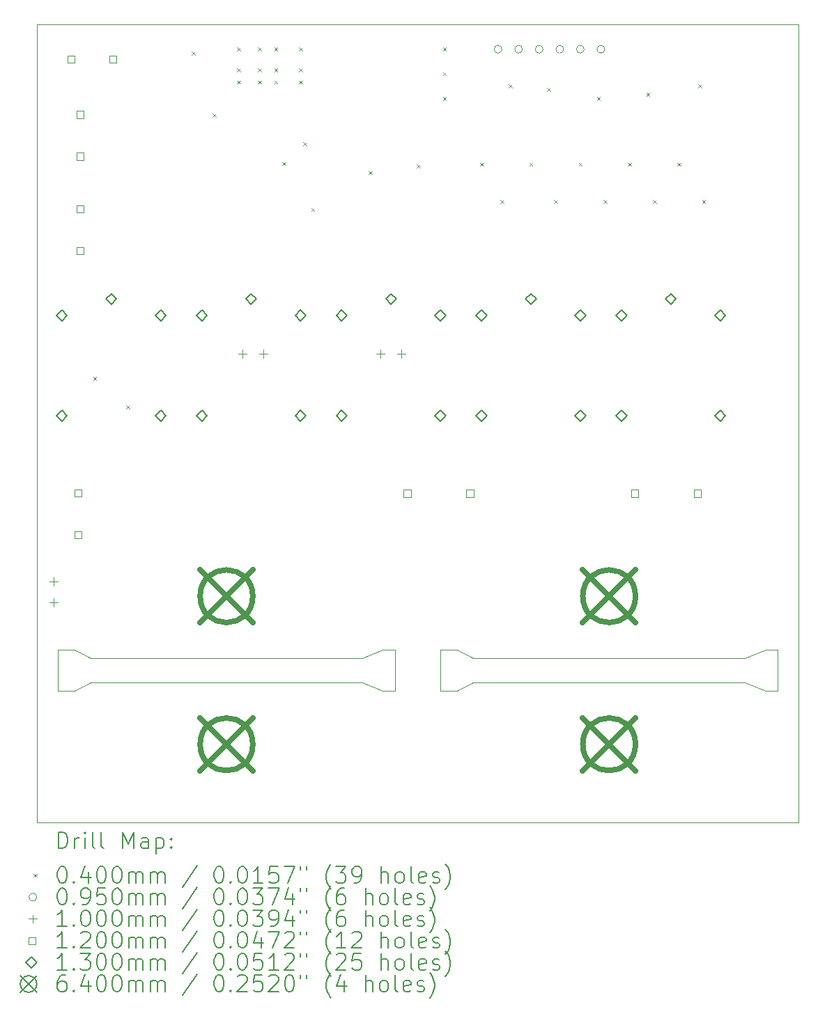
<source format=gbr>
%TF.GenerationSoftware,KiCad,Pcbnew,7.0.9*%
%TF.CreationDate,2024-06-03T03:25:27+05:30*%
%TF.ProjectId,Precharge,50726563-6861-4726-9765-2e6b69636164,rev?*%
%TF.SameCoordinates,Original*%
%TF.FileFunction,Drillmap*%
%TF.FilePolarity,Positive*%
%FSLAX45Y45*%
G04 Gerber Fmt 4.5, Leading zero omitted, Abs format (unit mm)*
G04 Created by KiCad (PCBNEW 7.0.9) date 2024-06-03 03:25:27*
%MOMM*%
%LPD*%
G01*
G04 APERTURE LIST*
%ADD10C,0.100000*%
%ADD11C,0.200000*%
%ADD12C,0.120000*%
%ADD13C,0.130000*%
%ADD14C,0.640000*%
G04 APERTURE END LIST*
D10*
X9000000Y-9000000D02*
X12300000Y-9000000D01*
X12550000Y-8900000D01*
X12700000Y-8900000D01*
X12700000Y-9400000D01*
X12550000Y-9400000D01*
X12300000Y-9300000D01*
X9000000Y-9300000D01*
X8800000Y-9400000D01*
X8600000Y-9400000D01*
X8600000Y-8900000D01*
X8800000Y-8900000D01*
X9000000Y-9000000D01*
X4350000Y-9000000D02*
X7650000Y-9000000D01*
X7900000Y-8900000D01*
X8050000Y-8900000D01*
X8050000Y-9400000D01*
X7900000Y-9400000D01*
X7650000Y-9300000D01*
X4350000Y-9300000D01*
X4150000Y-9400000D01*
X3950000Y-9400000D01*
X3950000Y-8900000D01*
X4150000Y-8900000D01*
X4350000Y-9000000D01*
X3700000Y-1300000D02*
X12950000Y-1300000D01*
X12950000Y-11000000D01*
X3700000Y-11000000D01*
X3700000Y-1300000D01*
D11*
D10*
X4380000Y-5580000D02*
X4420000Y-5620000D01*
X4420000Y-5580000D02*
X4380000Y-5620000D01*
X4780000Y-5930000D02*
X4820000Y-5970000D01*
X4820000Y-5930000D02*
X4780000Y-5970000D01*
X5580000Y-1630000D02*
X5620000Y-1670000D01*
X5620000Y-1630000D02*
X5580000Y-1670000D01*
X5830000Y-2380000D02*
X5870000Y-2420000D01*
X5870000Y-2380000D02*
X5830000Y-2420000D01*
X6130000Y-1580000D02*
X6170000Y-1620000D01*
X6170000Y-1580000D02*
X6130000Y-1620000D01*
X6130000Y-1830000D02*
X6170000Y-1870000D01*
X6170000Y-1830000D02*
X6130000Y-1870000D01*
X6130000Y-1980000D02*
X6170000Y-2020000D01*
X6170000Y-1980000D02*
X6130000Y-2020000D01*
X6380000Y-1580000D02*
X6420000Y-1620000D01*
X6420000Y-1580000D02*
X6380000Y-1620000D01*
X6380000Y-1830000D02*
X6420000Y-1870000D01*
X6420000Y-1830000D02*
X6380000Y-1870000D01*
X6380000Y-1980000D02*
X6420000Y-2020000D01*
X6420000Y-1980000D02*
X6380000Y-2020000D01*
X6580000Y-1580000D02*
X6620000Y-1620000D01*
X6620000Y-1580000D02*
X6580000Y-1620000D01*
X6580000Y-1830000D02*
X6620000Y-1870000D01*
X6620000Y-1830000D02*
X6580000Y-1870000D01*
X6580000Y-1980000D02*
X6620000Y-2020000D01*
X6620000Y-1980000D02*
X6580000Y-2020000D01*
X6680000Y-2970050D02*
X6720000Y-3010050D01*
X6720000Y-2970050D02*
X6680000Y-3010050D01*
X6880000Y-1580000D02*
X6920000Y-1620000D01*
X6920000Y-1580000D02*
X6880000Y-1620000D01*
X6880000Y-1830000D02*
X6920000Y-1870000D01*
X6920000Y-1830000D02*
X6880000Y-1870000D01*
X6880000Y-1980000D02*
X6920000Y-2020000D01*
X6920000Y-1980000D02*
X6880000Y-2020000D01*
X6930000Y-2730000D02*
X6970000Y-2770000D01*
X6970000Y-2730000D02*
X6930000Y-2770000D01*
X7030000Y-3530000D02*
X7070000Y-3570000D01*
X7070000Y-3530000D02*
X7030000Y-3570000D01*
X7730000Y-3080000D02*
X7770000Y-3120000D01*
X7770000Y-3080000D02*
X7730000Y-3120000D01*
X8310125Y-2999875D02*
X8350125Y-3039875D01*
X8350125Y-2999875D02*
X8310125Y-3039875D01*
X8630000Y-1580000D02*
X8670000Y-1620000D01*
X8670000Y-1580000D02*
X8630000Y-1620000D01*
X8630000Y-1880000D02*
X8670000Y-1920000D01*
X8670000Y-1880000D02*
X8630000Y-1920000D01*
X8630000Y-2180000D02*
X8670000Y-2220000D01*
X8670000Y-2180000D02*
X8630000Y-2220000D01*
X9080000Y-2980000D02*
X9120000Y-3020000D01*
X9120000Y-2980000D02*
X9080000Y-3020000D01*
X9330000Y-3430000D02*
X9370000Y-3470000D01*
X9370000Y-3430000D02*
X9330000Y-3470000D01*
X9430000Y-2030000D02*
X9470000Y-2070000D01*
X9470000Y-2030000D02*
X9430000Y-2070000D01*
X9680000Y-2980000D02*
X9720000Y-3020000D01*
X9720000Y-2980000D02*
X9680000Y-3020000D01*
X9892988Y-2071968D02*
X9932988Y-2111968D01*
X9932988Y-2071968D02*
X9892988Y-2111968D01*
X9980000Y-3430000D02*
X10020000Y-3470000D01*
X10020000Y-3430000D02*
X9980000Y-3470000D01*
X10280000Y-2980000D02*
X10320000Y-3020000D01*
X10320000Y-2980000D02*
X10280000Y-3020000D01*
X10501950Y-2180000D02*
X10541950Y-2220000D01*
X10541950Y-2180000D02*
X10501950Y-2220000D01*
X10580000Y-3430000D02*
X10620000Y-3470000D01*
X10620000Y-3430000D02*
X10580000Y-3470000D01*
X10880000Y-2980000D02*
X10920000Y-3020000D01*
X10920000Y-2980000D02*
X10880000Y-3020000D01*
X11101950Y-2130000D02*
X11141950Y-2170000D01*
X11141950Y-2130000D02*
X11101950Y-2170000D01*
X11180000Y-3430000D02*
X11220000Y-3470000D01*
X11220000Y-3430000D02*
X11180000Y-3470000D01*
X11480000Y-2980000D02*
X11520000Y-3020000D01*
X11520000Y-2980000D02*
X11480000Y-3020000D01*
X11730000Y-2030000D02*
X11770000Y-2070000D01*
X11770000Y-2030000D02*
X11730000Y-2070000D01*
X11780000Y-3430000D02*
X11820000Y-3470000D01*
X11820000Y-3430000D02*
X11780000Y-3470000D01*
X9347500Y-1600000D02*
G75*
G03*
X9347500Y-1600000I-47500J0D01*
G01*
X9597500Y-1600000D02*
G75*
G03*
X9597500Y-1600000I-47500J0D01*
G01*
X9847500Y-1600000D02*
G75*
G03*
X9847500Y-1600000I-47500J0D01*
G01*
X10097500Y-1600000D02*
G75*
G03*
X10097500Y-1600000I-47500J0D01*
G01*
X10347500Y-1600000D02*
G75*
G03*
X10347500Y-1600000I-47500J0D01*
G01*
X10597500Y-1600000D02*
G75*
G03*
X10597500Y-1600000I-47500J0D01*
G01*
X3900000Y-8022500D02*
X3900000Y-8122500D01*
X3850000Y-8072500D02*
X3950000Y-8072500D01*
X3900000Y-8276500D02*
X3900000Y-8376500D01*
X3850000Y-8326500D02*
X3950000Y-8326500D01*
X6196000Y-5250000D02*
X6196000Y-5350000D01*
X6146000Y-5300000D02*
X6246000Y-5300000D01*
X6450000Y-5250000D02*
X6450000Y-5350000D01*
X6400000Y-5300000D02*
X6500000Y-5300000D01*
X7873500Y-5250000D02*
X7873500Y-5350000D01*
X7823500Y-5300000D02*
X7923500Y-5300000D01*
X8127500Y-5250000D02*
X8127500Y-5350000D01*
X8077500Y-5300000D02*
X8177500Y-5300000D01*
D12*
X4156177Y-1766677D02*
X4156177Y-1681823D01*
X4071323Y-1681823D01*
X4071323Y-1766677D01*
X4156177Y-1766677D01*
X4242427Y-7034427D02*
X4242427Y-6949573D01*
X4157573Y-6949573D01*
X4157573Y-7034427D01*
X4242427Y-7034427D01*
X4242427Y-7542427D02*
X4242427Y-7457573D01*
X4157573Y-7457573D01*
X4157573Y-7542427D01*
X4242427Y-7542427D01*
X4266677Y-2436677D02*
X4266677Y-2351823D01*
X4181823Y-2351823D01*
X4181823Y-2436677D01*
X4266677Y-2436677D01*
X4266677Y-2944677D02*
X4266677Y-2859823D01*
X4181823Y-2859823D01*
X4181823Y-2944677D01*
X4266677Y-2944677D01*
X4266677Y-3586677D02*
X4266677Y-3501823D01*
X4181823Y-3501823D01*
X4181823Y-3586677D01*
X4266677Y-3586677D01*
X4266677Y-4094677D02*
X4266677Y-4009823D01*
X4181823Y-4009823D01*
X4181823Y-4094677D01*
X4266677Y-4094677D01*
X4664177Y-1766677D02*
X4664177Y-1681823D01*
X4579323Y-1681823D01*
X4579323Y-1766677D01*
X4664177Y-1766677D01*
X8239427Y-7042427D02*
X8239427Y-6957573D01*
X8154573Y-6957573D01*
X8154573Y-7042427D01*
X8239427Y-7042427D01*
X9001427Y-7042427D02*
X9001427Y-6957573D01*
X8916573Y-6957573D01*
X8916573Y-7042427D01*
X9001427Y-7042427D01*
X11001427Y-7042427D02*
X11001427Y-6957573D01*
X10916573Y-6957573D01*
X10916573Y-7042427D01*
X11001427Y-7042427D01*
X11763427Y-7042427D02*
X11763427Y-6957573D01*
X11678573Y-6957573D01*
X11678573Y-7042427D01*
X11763427Y-7042427D01*
D13*
X4000000Y-4902250D02*
X4065000Y-4837250D01*
X4000000Y-4772250D01*
X3935000Y-4837250D01*
X4000000Y-4902250D01*
X4000000Y-6122250D02*
X4065000Y-6057250D01*
X4000000Y-5992250D01*
X3935000Y-6057250D01*
X4000000Y-6122250D01*
X4600000Y-4702250D02*
X4665000Y-4637250D01*
X4600000Y-4572250D01*
X4535000Y-4637250D01*
X4600000Y-4702250D01*
X5200000Y-4902250D02*
X5265000Y-4837250D01*
X5200000Y-4772250D01*
X5135000Y-4837250D01*
X5200000Y-4902250D01*
X5200000Y-6122250D02*
X5265000Y-6057250D01*
X5200000Y-5992250D01*
X5135000Y-6057250D01*
X5200000Y-6122250D01*
X5700000Y-4902250D02*
X5765000Y-4837250D01*
X5700000Y-4772250D01*
X5635000Y-4837250D01*
X5700000Y-4902250D01*
X5700000Y-6122250D02*
X5765000Y-6057250D01*
X5700000Y-5992250D01*
X5635000Y-6057250D01*
X5700000Y-6122250D01*
X6300000Y-4702250D02*
X6365000Y-4637250D01*
X6300000Y-4572250D01*
X6235000Y-4637250D01*
X6300000Y-4702250D01*
X6900000Y-4902250D02*
X6965000Y-4837250D01*
X6900000Y-4772250D01*
X6835000Y-4837250D01*
X6900000Y-4902250D01*
X6900000Y-6122250D02*
X6965000Y-6057250D01*
X6900000Y-5992250D01*
X6835000Y-6057250D01*
X6900000Y-6122250D01*
X7400000Y-4902250D02*
X7465000Y-4837250D01*
X7400000Y-4772250D01*
X7335000Y-4837250D01*
X7400000Y-4902250D01*
X7400000Y-6122250D02*
X7465000Y-6057250D01*
X7400000Y-5992250D01*
X7335000Y-6057250D01*
X7400000Y-6122250D01*
X8000000Y-4702250D02*
X8065000Y-4637250D01*
X8000000Y-4572250D01*
X7935000Y-4637250D01*
X8000000Y-4702250D01*
X8600000Y-4902250D02*
X8665000Y-4837250D01*
X8600000Y-4772250D01*
X8535000Y-4837250D01*
X8600000Y-4902250D01*
X8600000Y-6122250D02*
X8665000Y-6057250D01*
X8600000Y-5992250D01*
X8535000Y-6057250D01*
X8600000Y-6122250D01*
X9100000Y-4902250D02*
X9165000Y-4837250D01*
X9100000Y-4772250D01*
X9035000Y-4837250D01*
X9100000Y-4902250D01*
X9100000Y-6122250D02*
X9165000Y-6057250D01*
X9100000Y-5992250D01*
X9035000Y-6057250D01*
X9100000Y-6122250D01*
X9700000Y-4702250D02*
X9765000Y-4637250D01*
X9700000Y-4572250D01*
X9635000Y-4637250D01*
X9700000Y-4702250D01*
X10300000Y-4902250D02*
X10365000Y-4837250D01*
X10300000Y-4772250D01*
X10235000Y-4837250D01*
X10300000Y-4902250D01*
X10300000Y-6122250D02*
X10365000Y-6057250D01*
X10300000Y-5992250D01*
X10235000Y-6057250D01*
X10300000Y-6122250D01*
X10800000Y-4902250D02*
X10865000Y-4837250D01*
X10800000Y-4772250D01*
X10735000Y-4837250D01*
X10800000Y-4902250D01*
X10800000Y-6122250D02*
X10865000Y-6057250D01*
X10800000Y-5992250D01*
X10735000Y-6057250D01*
X10800000Y-6122250D01*
X11400000Y-4702250D02*
X11465000Y-4637250D01*
X11400000Y-4572250D01*
X11335000Y-4637250D01*
X11400000Y-4702250D01*
X12000000Y-4902250D02*
X12065000Y-4837250D01*
X12000000Y-4772250D01*
X11935000Y-4837250D01*
X12000000Y-4902250D01*
X12000000Y-6122250D02*
X12065000Y-6057250D01*
X12000000Y-5992250D01*
X11935000Y-6057250D01*
X12000000Y-6122250D01*
D14*
X5680000Y-7930000D02*
X6320000Y-8570000D01*
X6320000Y-7930000D02*
X5680000Y-8570000D01*
X6320000Y-8250000D02*
G75*
G03*
X6320000Y-8250000I-320000J0D01*
G01*
X5680000Y-9730000D02*
X6320000Y-10370000D01*
X6320000Y-9730000D02*
X5680000Y-10370000D01*
X6320000Y-10050000D02*
G75*
G03*
X6320000Y-10050000I-320000J0D01*
G01*
X10330000Y-7930000D02*
X10970000Y-8570000D01*
X10970000Y-7930000D02*
X10330000Y-8570000D01*
X10970000Y-8250000D02*
G75*
G03*
X10970000Y-8250000I-320000J0D01*
G01*
X10330000Y-9730000D02*
X10970000Y-10370000D01*
X10970000Y-9730000D02*
X10330000Y-10370000D01*
X10970000Y-10050000D02*
G75*
G03*
X10970000Y-10050000I-320000J0D01*
G01*
D11*
X3955777Y-11316484D02*
X3955777Y-11116484D01*
X3955777Y-11116484D02*
X4003396Y-11116484D01*
X4003396Y-11116484D02*
X4031967Y-11126008D01*
X4031967Y-11126008D02*
X4051015Y-11145055D01*
X4051015Y-11145055D02*
X4060539Y-11164103D01*
X4060539Y-11164103D02*
X4070062Y-11202198D01*
X4070062Y-11202198D02*
X4070062Y-11230769D01*
X4070062Y-11230769D02*
X4060539Y-11268865D01*
X4060539Y-11268865D02*
X4051015Y-11287912D01*
X4051015Y-11287912D02*
X4031967Y-11306960D01*
X4031967Y-11306960D02*
X4003396Y-11316484D01*
X4003396Y-11316484D02*
X3955777Y-11316484D01*
X4155777Y-11316484D02*
X4155777Y-11183150D01*
X4155777Y-11221246D02*
X4165301Y-11202198D01*
X4165301Y-11202198D02*
X4174824Y-11192674D01*
X4174824Y-11192674D02*
X4193872Y-11183150D01*
X4193872Y-11183150D02*
X4212920Y-11183150D01*
X4279586Y-11316484D02*
X4279586Y-11183150D01*
X4279586Y-11116484D02*
X4270063Y-11126008D01*
X4270063Y-11126008D02*
X4279586Y-11135531D01*
X4279586Y-11135531D02*
X4289110Y-11126008D01*
X4289110Y-11126008D02*
X4279586Y-11116484D01*
X4279586Y-11116484D02*
X4279586Y-11135531D01*
X4403396Y-11316484D02*
X4384348Y-11306960D01*
X4384348Y-11306960D02*
X4374824Y-11287912D01*
X4374824Y-11287912D02*
X4374824Y-11116484D01*
X4508158Y-11316484D02*
X4489110Y-11306960D01*
X4489110Y-11306960D02*
X4479586Y-11287912D01*
X4479586Y-11287912D02*
X4479586Y-11116484D01*
X4736729Y-11316484D02*
X4736729Y-11116484D01*
X4736729Y-11116484D02*
X4803396Y-11259341D01*
X4803396Y-11259341D02*
X4870063Y-11116484D01*
X4870063Y-11116484D02*
X4870063Y-11316484D01*
X5051015Y-11316484D02*
X5051015Y-11211722D01*
X5051015Y-11211722D02*
X5041491Y-11192674D01*
X5041491Y-11192674D02*
X5022444Y-11183150D01*
X5022444Y-11183150D02*
X4984348Y-11183150D01*
X4984348Y-11183150D02*
X4965301Y-11192674D01*
X5051015Y-11306960D02*
X5031967Y-11316484D01*
X5031967Y-11316484D02*
X4984348Y-11316484D01*
X4984348Y-11316484D02*
X4965301Y-11306960D01*
X4965301Y-11306960D02*
X4955777Y-11287912D01*
X4955777Y-11287912D02*
X4955777Y-11268865D01*
X4955777Y-11268865D02*
X4965301Y-11249817D01*
X4965301Y-11249817D02*
X4984348Y-11240293D01*
X4984348Y-11240293D02*
X5031967Y-11240293D01*
X5031967Y-11240293D02*
X5051015Y-11230769D01*
X5146253Y-11183150D02*
X5146253Y-11383150D01*
X5146253Y-11192674D02*
X5165301Y-11183150D01*
X5165301Y-11183150D02*
X5203396Y-11183150D01*
X5203396Y-11183150D02*
X5222444Y-11192674D01*
X5222444Y-11192674D02*
X5231967Y-11202198D01*
X5231967Y-11202198D02*
X5241491Y-11221246D01*
X5241491Y-11221246D02*
X5241491Y-11278388D01*
X5241491Y-11278388D02*
X5231967Y-11297436D01*
X5231967Y-11297436D02*
X5222444Y-11306960D01*
X5222444Y-11306960D02*
X5203396Y-11316484D01*
X5203396Y-11316484D02*
X5165301Y-11316484D01*
X5165301Y-11316484D02*
X5146253Y-11306960D01*
X5327205Y-11297436D02*
X5336729Y-11306960D01*
X5336729Y-11306960D02*
X5327205Y-11316484D01*
X5327205Y-11316484D02*
X5317682Y-11306960D01*
X5317682Y-11306960D02*
X5327205Y-11297436D01*
X5327205Y-11297436D02*
X5327205Y-11316484D01*
X5327205Y-11192674D02*
X5336729Y-11202198D01*
X5336729Y-11202198D02*
X5327205Y-11211722D01*
X5327205Y-11211722D02*
X5317682Y-11202198D01*
X5317682Y-11202198D02*
X5327205Y-11192674D01*
X5327205Y-11192674D02*
X5327205Y-11211722D01*
D10*
X3655000Y-11625000D02*
X3695000Y-11665000D01*
X3695000Y-11625000D02*
X3655000Y-11665000D01*
D11*
X3993872Y-11536484D02*
X4012920Y-11536484D01*
X4012920Y-11536484D02*
X4031967Y-11546008D01*
X4031967Y-11546008D02*
X4041491Y-11555531D01*
X4041491Y-11555531D02*
X4051015Y-11574579D01*
X4051015Y-11574579D02*
X4060539Y-11612674D01*
X4060539Y-11612674D02*
X4060539Y-11660293D01*
X4060539Y-11660293D02*
X4051015Y-11698388D01*
X4051015Y-11698388D02*
X4041491Y-11717436D01*
X4041491Y-11717436D02*
X4031967Y-11726960D01*
X4031967Y-11726960D02*
X4012920Y-11736484D01*
X4012920Y-11736484D02*
X3993872Y-11736484D01*
X3993872Y-11736484D02*
X3974824Y-11726960D01*
X3974824Y-11726960D02*
X3965301Y-11717436D01*
X3965301Y-11717436D02*
X3955777Y-11698388D01*
X3955777Y-11698388D02*
X3946253Y-11660293D01*
X3946253Y-11660293D02*
X3946253Y-11612674D01*
X3946253Y-11612674D02*
X3955777Y-11574579D01*
X3955777Y-11574579D02*
X3965301Y-11555531D01*
X3965301Y-11555531D02*
X3974824Y-11546008D01*
X3974824Y-11546008D02*
X3993872Y-11536484D01*
X4146253Y-11717436D02*
X4155777Y-11726960D01*
X4155777Y-11726960D02*
X4146253Y-11736484D01*
X4146253Y-11736484D02*
X4136729Y-11726960D01*
X4136729Y-11726960D02*
X4146253Y-11717436D01*
X4146253Y-11717436D02*
X4146253Y-11736484D01*
X4327205Y-11603150D02*
X4327205Y-11736484D01*
X4279586Y-11526960D02*
X4231967Y-11669817D01*
X4231967Y-11669817D02*
X4355777Y-11669817D01*
X4470063Y-11536484D02*
X4489110Y-11536484D01*
X4489110Y-11536484D02*
X4508158Y-11546008D01*
X4508158Y-11546008D02*
X4517682Y-11555531D01*
X4517682Y-11555531D02*
X4527205Y-11574579D01*
X4527205Y-11574579D02*
X4536729Y-11612674D01*
X4536729Y-11612674D02*
X4536729Y-11660293D01*
X4536729Y-11660293D02*
X4527205Y-11698388D01*
X4527205Y-11698388D02*
X4517682Y-11717436D01*
X4517682Y-11717436D02*
X4508158Y-11726960D01*
X4508158Y-11726960D02*
X4489110Y-11736484D01*
X4489110Y-11736484D02*
X4470063Y-11736484D01*
X4470063Y-11736484D02*
X4451015Y-11726960D01*
X4451015Y-11726960D02*
X4441491Y-11717436D01*
X4441491Y-11717436D02*
X4431967Y-11698388D01*
X4431967Y-11698388D02*
X4422444Y-11660293D01*
X4422444Y-11660293D02*
X4422444Y-11612674D01*
X4422444Y-11612674D02*
X4431967Y-11574579D01*
X4431967Y-11574579D02*
X4441491Y-11555531D01*
X4441491Y-11555531D02*
X4451015Y-11546008D01*
X4451015Y-11546008D02*
X4470063Y-11536484D01*
X4660539Y-11536484D02*
X4679586Y-11536484D01*
X4679586Y-11536484D02*
X4698634Y-11546008D01*
X4698634Y-11546008D02*
X4708158Y-11555531D01*
X4708158Y-11555531D02*
X4717682Y-11574579D01*
X4717682Y-11574579D02*
X4727205Y-11612674D01*
X4727205Y-11612674D02*
X4727205Y-11660293D01*
X4727205Y-11660293D02*
X4717682Y-11698388D01*
X4717682Y-11698388D02*
X4708158Y-11717436D01*
X4708158Y-11717436D02*
X4698634Y-11726960D01*
X4698634Y-11726960D02*
X4679586Y-11736484D01*
X4679586Y-11736484D02*
X4660539Y-11736484D01*
X4660539Y-11736484D02*
X4641491Y-11726960D01*
X4641491Y-11726960D02*
X4631967Y-11717436D01*
X4631967Y-11717436D02*
X4622444Y-11698388D01*
X4622444Y-11698388D02*
X4612920Y-11660293D01*
X4612920Y-11660293D02*
X4612920Y-11612674D01*
X4612920Y-11612674D02*
X4622444Y-11574579D01*
X4622444Y-11574579D02*
X4631967Y-11555531D01*
X4631967Y-11555531D02*
X4641491Y-11546008D01*
X4641491Y-11546008D02*
X4660539Y-11536484D01*
X4812920Y-11736484D02*
X4812920Y-11603150D01*
X4812920Y-11622198D02*
X4822444Y-11612674D01*
X4822444Y-11612674D02*
X4841491Y-11603150D01*
X4841491Y-11603150D02*
X4870063Y-11603150D01*
X4870063Y-11603150D02*
X4889110Y-11612674D01*
X4889110Y-11612674D02*
X4898634Y-11631722D01*
X4898634Y-11631722D02*
X4898634Y-11736484D01*
X4898634Y-11631722D02*
X4908158Y-11612674D01*
X4908158Y-11612674D02*
X4927205Y-11603150D01*
X4927205Y-11603150D02*
X4955777Y-11603150D01*
X4955777Y-11603150D02*
X4974825Y-11612674D01*
X4974825Y-11612674D02*
X4984348Y-11631722D01*
X4984348Y-11631722D02*
X4984348Y-11736484D01*
X5079586Y-11736484D02*
X5079586Y-11603150D01*
X5079586Y-11622198D02*
X5089110Y-11612674D01*
X5089110Y-11612674D02*
X5108158Y-11603150D01*
X5108158Y-11603150D02*
X5136729Y-11603150D01*
X5136729Y-11603150D02*
X5155777Y-11612674D01*
X5155777Y-11612674D02*
X5165301Y-11631722D01*
X5165301Y-11631722D02*
X5165301Y-11736484D01*
X5165301Y-11631722D02*
X5174825Y-11612674D01*
X5174825Y-11612674D02*
X5193872Y-11603150D01*
X5193872Y-11603150D02*
X5222444Y-11603150D01*
X5222444Y-11603150D02*
X5241491Y-11612674D01*
X5241491Y-11612674D02*
X5251015Y-11631722D01*
X5251015Y-11631722D02*
X5251015Y-11736484D01*
X5641491Y-11526960D02*
X5470063Y-11784103D01*
X5898634Y-11536484D02*
X5917682Y-11536484D01*
X5917682Y-11536484D02*
X5936729Y-11546008D01*
X5936729Y-11546008D02*
X5946253Y-11555531D01*
X5946253Y-11555531D02*
X5955777Y-11574579D01*
X5955777Y-11574579D02*
X5965301Y-11612674D01*
X5965301Y-11612674D02*
X5965301Y-11660293D01*
X5965301Y-11660293D02*
X5955777Y-11698388D01*
X5955777Y-11698388D02*
X5946253Y-11717436D01*
X5946253Y-11717436D02*
X5936729Y-11726960D01*
X5936729Y-11726960D02*
X5917682Y-11736484D01*
X5917682Y-11736484D02*
X5898634Y-11736484D01*
X5898634Y-11736484D02*
X5879586Y-11726960D01*
X5879586Y-11726960D02*
X5870063Y-11717436D01*
X5870063Y-11717436D02*
X5860539Y-11698388D01*
X5860539Y-11698388D02*
X5851015Y-11660293D01*
X5851015Y-11660293D02*
X5851015Y-11612674D01*
X5851015Y-11612674D02*
X5860539Y-11574579D01*
X5860539Y-11574579D02*
X5870063Y-11555531D01*
X5870063Y-11555531D02*
X5879586Y-11546008D01*
X5879586Y-11546008D02*
X5898634Y-11536484D01*
X6051015Y-11717436D02*
X6060539Y-11726960D01*
X6060539Y-11726960D02*
X6051015Y-11736484D01*
X6051015Y-11736484D02*
X6041491Y-11726960D01*
X6041491Y-11726960D02*
X6051015Y-11717436D01*
X6051015Y-11717436D02*
X6051015Y-11736484D01*
X6184348Y-11536484D02*
X6203396Y-11536484D01*
X6203396Y-11536484D02*
X6222444Y-11546008D01*
X6222444Y-11546008D02*
X6231967Y-11555531D01*
X6231967Y-11555531D02*
X6241491Y-11574579D01*
X6241491Y-11574579D02*
X6251015Y-11612674D01*
X6251015Y-11612674D02*
X6251015Y-11660293D01*
X6251015Y-11660293D02*
X6241491Y-11698388D01*
X6241491Y-11698388D02*
X6231967Y-11717436D01*
X6231967Y-11717436D02*
X6222444Y-11726960D01*
X6222444Y-11726960D02*
X6203396Y-11736484D01*
X6203396Y-11736484D02*
X6184348Y-11736484D01*
X6184348Y-11736484D02*
X6165301Y-11726960D01*
X6165301Y-11726960D02*
X6155777Y-11717436D01*
X6155777Y-11717436D02*
X6146253Y-11698388D01*
X6146253Y-11698388D02*
X6136729Y-11660293D01*
X6136729Y-11660293D02*
X6136729Y-11612674D01*
X6136729Y-11612674D02*
X6146253Y-11574579D01*
X6146253Y-11574579D02*
X6155777Y-11555531D01*
X6155777Y-11555531D02*
X6165301Y-11546008D01*
X6165301Y-11546008D02*
X6184348Y-11536484D01*
X6441491Y-11736484D02*
X6327206Y-11736484D01*
X6384348Y-11736484D02*
X6384348Y-11536484D01*
X6384348Y-11536484D02*
X6365301Y-11565055D01*
X6365301Y-11565055D02*
X6346253Y-11584103D01*
X6346253Y-11584103D02*
X6327206Y-11593627D01*
X6622444Y-11536484D02*
X6527206Y-11536484D01*
X6527206Y-11536484D02*
X6517682Y-11631722D01*
X6517682Y-11631722D02*
X6527206Y-11622198D01*
X6527206Y-11622198D02*
X6546253Y-11612674D01*
X6546253Y-11612674D02*
X6593872Y-11612674D01*
X6593872Y-11612674D02*
X6612920Y-11622198D01*
X6612920Y-11622198D02*
X6622444Y-11631722D01*
X6622444Y-11631722D02*
X6631967Y-11650769D01*
X6631967Y-11650769D02*
X6631967Y-11698388D01*
X6631967Y-11698388D02*
X6622444Y-11717436D01*
X6622444Y-11717436D02*
X6612920Y-11726960D01*
X6612920Y-11726960D02*
X6593872Y-11736484D01*
X6593872Y-11736484D02*
X6546253Y-11736484D01*
X6546253Y-11736484D02*
X6527206Y-11726960D01*
X6527206Y-11726960D02*
X6517682Y-11717436D01*
X6698634Y-11536484D02*
X6831967Y-11536484D01*
X6831967Y-11536484D02*
X6746253Y-11736484D01*
X6898634Y-11536484D02*
X6898634Y-11574579D01*
X6974825Y-11536484D02*
X6974825Y-11574579D01*
X7270063Y-11812674D02*
X7260539Y-11803150D01*
X7260539Y-11803150D02*
X7241491Y-11774579D01*
X7241491Y-11774579D02*
X7231968Y-11755531D01*
X7231968Y-11755531D02*
X7222444Y-11726960D01*
X7222444Y-11726960D02*
X7212920Y-11679341D01*
X7212920Y-11679341D02*
X7212920Y-11641246D01*
X7212920Y-11641246D02*
X7222444Y-11593627D01*
X7222444Y-11593627D02*
X7231968Y-11565055D01*
X7231968Y-11565055D02*
X7241491Y-11546008D01*
X7241491Y-11546008D02*
X7260539Y-11517436D01*
X7260539Y-11517436D02*
X7270063Y-11507912D01*
X7327206Y-11536484D02*
X7451015Y-11536484D01*
X7451015Y-11536484D02*
X7384348Y-11612674D01*
X7384348Y-11612674D02*
X7412920Y-11612674D01*
X7412920Y-11612674D02*
X7431968Y-11622198D01*
X7431968Y-11622198D02*
X7441491Y-11631722D01*
X7441491Y-11631722D02*
X7451015Y-11650769D01*
X7451015Y-11650769D02*
X7451015Y-11698388D01*
X7451015Y-11698388D02*
X7441491Y-11717436D01*
X7441491Y-11717436D02*
X7431968Y-11726960D01*
X7431968Y-11726960D02*
X7412920Y-11736484D01*
X7412920Y-11736484D02*
X7355777Y-11736484D01*
X7355777Y-11736484D02*
X7336729Y-11726960D01*
X7336729Y-11726960D02*
X7327206Y-11717436D01*
X7546253Y-11736484D02*
X7584348Y-11736484D01*
X7584348Y-11736484D02*
X7603396Y-11726960D01*
X7603396Y-11726960D02*
X7612920Y-11717436D01*
X7612920Y-11717436D02*
X7631968Y-11688865D01*
X7631968Y-11688865D02*
X7641491Y-11650769D01*
X7641491Y-11650769D02*
X7641491Y-11574579D01*
X7641491Y-11574579D02*
X7631968Y-11555531D01*
X7631968Y-11555531D02*
X7622444Y-11546008D01*
X7622444Y-11546008D02*
X7603396Y-11536484D01*
X7603396Y-11536484D02*
X7565301Y-11536484D01*
X7565301Y-11536484D02*
X7546253Y-11546008D01*
X7546253Y-11546008D02*
X7536729Y-11555531D01*
X7536729Y-11555531D02*
X7527206Y-11574579D01*
X7527206Y-11574579D02*
X7527206Y-11622198D01*
X7527206Y-11622198D02*
X7536729Y-11641246D01*
X7536729Y-11641246D02*
X7546253Y-11650769D01*
X7546253Y-11650769D02*
X7565301Y-11660293D01*
X7565301Y-11660293D02*
X7603396Y-11660293D01*
X7603396Y-11660293D02*
X7622444Y-11650769D01*
X7622444Y-11650769D02*
X7631968Y-11641246D01*
X7631968Y-11641246D02*
X7641491Y-11622198D01*
X7879587Y-11736484D02*
X7879587Y-11536484D01*
X7965301Y-11736484D02*
X7965301Y-11631722D01*
X7965301Y-11631722D02*
X7955777Y-11612674D01*
X7955777Y-11612674D02*
X7936730Y-11603150D01*
X7936730Y-11603150D02*
X7908158Y-11603150D01*
X7908158Y-11603150D02*
X7889110Y-11612674D01*
X7889110Y-11612674D02*
X7879587Y-11622198D01*
X8089110Y-11736484D02*
X8070063Y-11726960D01*
X8070063Y-11726960D02*
X8060539Y-11717436D01*
X8060539Y-11717436D02*
X8051015Y-11698388D01*
X8051015Y-11698388D02*
X8051015Y-11641246D01*
X8051015Y-11641246D02*
X8060539Y-11622198D01*
X8060539Y-11622198D02*
X8070063Y-11612674D01*
X8070063Y-11612674D02*
X8089110Y-11603150D01*
X8089110Y-11603150D02*
X8117682Y-11603150D01*
X8117682Y-11603150D02*
X8136730Y-11612674D01*
X8136730Y-11612674D02*
X8146253Y-11622198D01*
X8146253Y-11622198D02*
X8155777Y-11641246D01*
X8155777Y-11641246D02*
X8155777Y-11698388D01*
X8155777Y-11698388D02*
X8146253Y-11717436D01*
X8146253Y-11717436D02*
X8136730Y-11726960D01*
X8136730Y-11726960D02*
X8117682Y-11736484D01*
X8117682Y-11736484D02*
X8089110Y-11736484D01*
X8270063Y-11736484D02*
X8251015Y-11726960D01*
X8251015Y-11726960D02*
X8241491Y-11707912D01*
X8241491Y-11707912D02*
X8241491Y-11536484D01*
X8422444Y-11726960D02*
X8403396Y-11736484D01*
X8403396Y-11736484D02*
X8365301Y-11736484D01*
X8365301Y-11736484D02*
X8346253Y-11726960D01*
X8346253Y-11726960D02*
X8336730Y-11707912D01*
X8336730Y-11707912D02*
X8336730Y-11631722D01*
X8336730Y-11631722D02*
X8346253Y-11612674D01*
X8346253Y-11612674D02*
X8365301Y-11603150D01*
X8365301Y-11603150D02*
X8403396Y-11603150D01*
X8403396Y-11603150D02*
X8422444Y-11612674D01*
X8422444Y-11612674D02*
X8431968Y-11631722D01*
X8431968Y-11631722D02*
X8431968Y-11650769D01*
X8431968Y-11650769D02*
X8336730Y-11669817D01*
X8508158Y-11726960D02*
X8527206Y-11736484D01*
X8527206Y-11736484D02*
X8565301Y-11736484D01*
X8565301Y-11736484D02*
X8584349Y-11726960D01*
X8584349Y-11726960D02*
X8593873Y-11707912D01*
X8593873Y-11707912D02*
X8593873Y-11698388D01*
X8593873Y-11698388D02*
X8584349Y-11679341D01*
X8584349Y-11679341D02*
X8565301Y-11669817D01*
X8565301Y-11669817D02*
X8536730Y-11669817D01*
X8536730Y-11669817D02*
X8517682Y-11660293D01*
X8517682Y-11660293D02*
X8508158Y-11641246D01*
X8508158Y-11641246D02*
X8508158Y-11631722D01*
X8508158Y-11631722D02*
X8517682Y-11612674D01*
X8517682Y-11612674D02*
X8536730Y-11603150D01*
X8536730Y-11603150D02*
X8565301Y-11603150D01*
X8565301Y-11603150D02*
X8584349Y-11612674D01*
X8660539Y-11812674D02*
X8670063Y-11803150D01*
X8670063Y-11803150D02*
X8689111Y-11774579D01*
X8689111Y-11774579D02*
X8698634Y-11755531D01*
X8698634Y-11755531D02*
X8708158Y-11726960D01*
X8708158Y-11726960D02*
X8717682Y-11679341D01*
X8717682Y-11679341D02*
X8717682Y-11641246D01*
X8717682Y-11641246D02*
X8708158Y-11593627D01*
X8708158Y-11593627D02*
X8698634Y-11565055D01*
X8698634Y-11565055D02*
X8689111Y-11546008D01*
X8689111Y-11546008D02*
X8670063Y-11517436D01*
X8670063Y-11517436D02*
X8660539Y-11507912D01*
D10*
X3695000Y-11909000D02*
G75*
G03*
X3695000Y-11909000I-47500J0D01*
G01*
D11*
X3993872Y-11800484D02*
X4012920Y-11800484D01*
X4012920Y-11800484D02*
X4031967Y-11810008D01*
X4031967Y-11810008D02*
X4041491Y-11819531D01*
X4041491Y-11819531D02*
X4051015Y-11838579D01*
X4051015Y-11838579D02*
X4060539Y-11876674D01*
X4060539Y-11876674D02*
X4060539Y-11924293D01*
X4060539Y-11924293D02*
X4051015Y-11962388D01*
X4051015Y-11962388D02*
X4041491Y-11981436D01*
X4041491Y-11981436D02*
X4031967Y-11990960D01*
X4031967Y-11990960D02*
X4012920Y-12000484D01*
X4012920Y-12000484D02*
X3993872Y-12000484D01*
X3993872Y-12000484D02*
X3974824Y-11990960D01*
X3974824Y-11990960D02*
X3965301Y-11981436D01*
X3965301Y-11981436D02*
X3955777Y-11962388D01*
X3955777Y-11962388D02*
X3946253Y-11924293D01*
X3946253Y-11924293D02*
X3946253Y-11876674D01*
X3946253Y-11876674D02*
X3955777Y-11838579D01*
X3955777Y-11838579D02*
X3965301Y-11819531D01*
X3965301Y-11819531D02*
X3974824Y-11810008D01*
X3974824Y-11810008D02*
X3993872Y-11800484D01*
X4146253Y-11981436D02*
X4155777Y-11990960D01*
X4155777Y-11990960D02*
X4146253Y-12000484D01*
X4146253Y-12000484D02*
X4136729Y-11990960D01*
X4136729Y-11990960D02*
X4146253Y-11981436D01*
X4146253Y-11981436D02*
X4146253Y-12000484D01*
X4251015Y-12000484D02*
X4289110Y-12000484D01*
X4289110Y-12000484D02*
X4308158Y-11990960D01*
X4308158Y-11990960D02*
X4317682Y-11981436D01*
X4317682Y-11981436D02*
X4336729Y-11952865D01*
X4336729Y-11952865D02*
X4346253Y-11914769D01*
X4346253Y-11914769D02*
X4346253Y-11838579D01*
X4346253Y-11838579D02*
X4336729Y-11819531D01*
X4336729Y-11819531D02*
X4327205Y-11810008D01*
X4327205Y-11810008D02*
X4308158Y-11800484D01*
X4308158Y-11800484D02*
X4270063Y-11800484D01*
X4270063Y-11800484D02*
X4251015Y-11810008D01*
X4251015Y-11810008D02*
X4241491Y-11819531D01*
X4241491Y-11819531D02*
X4231967Y-11838579D01*
X4231967Y-11838579D02*
X4231967Y-11886198D01*
X4231967Y-11886198D02*
X4241491Y-11905246D01*
X4241491Y-11905246D02*
X4251015Y-11914769D01*
X4251015Y-11914769D02*
X4270063Y-11924293D01*
X4270063Y-11924293D02*
X4308158Y-11924293D01*
X4308158Y-11924293D02*
X4327205Y-11914769D01*
X4327205Y-11914769D02*
X4336729Y-11905246D01*
X4336729Y-11905246D02*
X4346253Y-11886198D01*
X4527205Y-11800484D02*
X4431967Y-11800484D01*
X4431967Y-11800484D02*
X4422444Y-11895722D01*
X4422444Y-11895722D02*
X4431967Y-11886198D01*
X4431967Y-11886198D02*
X4451015Y-11876674D01*
X4451015Y-11876674D02*
X4498634Y-11876674D01*
X4498634Y-11876674D02*
X4517682Y-11886198D01*
X4517682Y-11886198D02*
X4527205Y-11895722D01*
X4527205Y-11895722D02*
X4536729Y-11914769D01*
X4536729Y-11914769D02*
X4536729Y-11962388D01*
X4536729Y-11962388D02*
X4527205Y-11981436D01*
X4527205Y-11981436D02*
X4517682Y-11990960D01*
X4517682Y-11990960D02*
X4498634Y-12000484D01*
X4498634Y-12000484D02*
X4451015Y-12000484D01*
X4451015Y-12000484D02*
X4431967Y-11990960D01*
X4431967Y-11990960D02*
X4422444Y-11981436D01*
X4660539Y-11800484D02*
X4679586Y-11800484D01*
X4679586Y-11800484D02*
X4698634Y-11810008D01*
X4698634Y-11810008D02*
X4708158Y-11819531D01*
X4708158Y-11819531D02*
X4717682Y-11838579D01*
X4717682Y-11838579D02*
X4727205Y-11876674D01*
X4727205Y-11876674D02*
X4727205Y-11924293D01*
X4727205Y-11924293D02*
X4717682Y-11962388D01*
X4717682Y-11962388D02*
X4708158Y-11981436D01*
X4708158Y-11981436D02*
X4698634Y-11990960D01*
X4698634Y-11990960D02*
X4679586Y-12000484D01*
X4679586Y-12000484D02*
X4660539Y-12000484D01*
X4660539Y-12000484D02*
X4641491Y-11990960D01*
X4641491Y-11990960D02*
X4631967Y-11981436D01*
X4631967Y-11981436D02*
X4622444Y-11962388D01*
X4622444Y-11962388D02*
X4612920Y-11924293D01*
X4612920Y-11924293D02*
X4612920Y-11876674D01*
X4612920Y-11876674D02*
X4622444Y-11838579D01*
X4622444Y-11838579D02*
X4631967Y-11819531D01*
X4631967Y-11819531D02*
X4641491Y-11810008D01*
X4641491Y-11810008D02*
X4660539Y-11800484D01*
X4812920Y-12000484D02*
X4812920Y-11867150D01*
X4812920Y-11886198D02*
X4822444Y-11876674D01*
X4822444Y-11876674D02*
X4841491Y-11867150D01*
X4841491Y-11867150D02*
X4870063Y-11867150D01*
X4870063Y-11867150D02*
X4889110Y-11876674D01*
X4889110Y-11876674D02*
X4898634Y-11895722D01*
X4898634Y-11895722D02*
X4898634Y-12000484D01*
X4898634Y-11895722D02*
X4908158Y-11876674D01*
X4908158Y-11876674D02*
X4927205Y-11867150D01*
X4927205Y-11867150D02*
X4955777Y-11867150D01*
X4955777Y-11867150D02*
X4974825Y-11876674D01*
X4974825Y-11876674D02*
X4984348Y-11895722D01*
X4984348Y-11895722D02*
X4984348Y-12000484D01*
X5079586Y-12000484D02*
X5079586Y-11867150D01*
X5079586Y-11886198D02*
X5089110Y-11876674D01*
X5089110Y-11876674D02*
X5108158Y-11867150D01*
X5108158Y-11867150D02*
X5136729Y-11867150D01*
X5136729Y-11867150D02*
X5155777Y-11876674D01*
X5155777Y-11876674D02*
X5165301Y-11895722D01*
X5165301Y-11895722D02*
X5165301Y-12000484D01*
X5165301Y-11895722D02*
X5174825Y-11876674D01*
X5174825Y-11876674D02*
X5193872Y-11867150D01*
X5193872Y-11867150D02*
X5222444Y-11867150D01*
X5222444Y-11867150D02*
X5241491Y-11876674D01*
X5241491Y-11876674D02*
X5251015Y-11895722D01*
X5251015Y-11895722D02*
X5251015Y-12000484D01*
X5641491Y-11790960D02*
X5470063Y-12048103D01*
X5898634Y-11800484D02*
X5917682Y-11800484D01*
X5917682Y-11800484D02*
X5936729Y-11810008D01*
X5936729Y-11810008D02*
X5946253Y-11819531D01*
X5946253Y-11819531D02*
X5955777Y-11838579D01*
X5955777Y-11838579D02*
X5965301Y-11876674D01*
X5965301Y-11876674D02*
X5965301Y-11924293D01*
X5965301Y-11924293D02*
X5955777Y-11962388D01*
X5955777Y-11962388D02*
X5946253Y-11981436D01*
X5946253Y-11981436D02*
X5936729Y-11990960D01*
X5936729Y-11990960D02*
X5917682Y-12000484D01*
X5917682Y-12000484D02*
X5898634Y-12000484D01*
X5898634Y-12000484D02*
X5879586Y-11990960D01*
X5879586Y-11990960D02*
X5870063Y-11981436D01*
X5870063Y-11981436D02*
X5860539Y-11962388D01*
X5860539Y-11962388D02*
X5851015Y-11924293D01*
X5851015Y-11924293D02*
X5851015Y-11876674D01*
X5851015Y-11876674D02*
X5860539Y-11838579D01*
X5860539Y-11838579D02*
X5870063Y-11819531D01*
X5870063Y-11819531D02*
X5879586Y-11810008D01*
X5879586Y-11810008D02*
X5898634Y-11800484D01*
X6051015Y-11981436D02*
X6060539Y-11990960D01*
X6060539Y-11990960D02*
X6051015Y-12000484D01*
X6051015Y-12000484D02*
X6041491Y-11990960D01*
X6041491Y-11990960D02*
X6051015Y-11981436D01*
X6051015Y-11981436D02*
X6051015Y-12000484D01*
X6184348Y-11800484D02*
X6203396Y-11800484D01*
X6203396Y-11800484D02*
X6222444Y-11810008D01*
X6222444Y-11810008D02*
X6231967Y-11819531D01*
X6231967Y-11819531D02*
X6241491Y-11838579D01*
X6241491Y-11838579D02*
X6251015Y-11876674D01*
X6251015Y-11876674D02*
X6251015Y-11924293D01*
X6251015Y-11924293D02*
X6241491Y-11962388D01*
X6241491Y-11962388D02*
X6231967Y-11981436D01*
X6231967Y-11981436D02*
X6222444Y-11990960D01*
X6222444Y-11990960D02*
X6203396Y-12000484D01*
X6203396Y-12000484D02*
X6184348Y-12000484D01*
X6184348Y-12000484D02*
X6165301Y-11990960D01*
X6165301Y-11990960D02*
X6155777Y-11981436D01*
X6155777Y-11981436D02*
X6146253Y-11962388D01*
X6146253Y-11962388D02*
X6136729Y-11924293D01*
X6136729Y-11924293D02*
X6136729Y-11876674D01*
X6136729Y-11876674D02*
X6146253Y-11838579D01*
X6146253Y-11838579D02*
X6155777Y-11819531D01*
X6155777Y-11819531D02*
X6165301Y-11810008D01*
X6165301Y-11810008D02*
X6184348Y-11800484D01*
X6317682Y-11800484D02*
X6441491Y-11800484D01*
X6441491Y-11800484D02*
X6374825Y-11876674D01*
X6374825Y-11876674D02*
X6403396Y-11876674D01*
X6403396Y-11876674D02*
X6422444Y-11886198D01*
X6422444Y-11886198D02*
X6431967Y-11895722D01*
X6431967Y-11895722D02*
X6441491Y-11914769D01*
X6441491Y-11914769D02*
X6441491Y-11962388D01*
X6441491Y-11962388D02*
X6431967Y-11981436D01*
X6431967Y-11981436D02*
X6422444Y-11990960D01*
X6422444Y-11990960D02*
X6403396Y-12000484D01*
X6403396Y-12000484D02*
X6346253Y-12000484D01*
X6346253Y-12000484D02*
X6327206Y-11990960D01*
X6327206Y-11990960D02*
X6317682Y-11981436D01*
X6508158Y-11800484D02*
X6641491Y-11800484D01*
X6641491Y-11800484D02*
X6555777Y-12000484D01*
X6803396Y-11867150D02*
X6803396Y-12000484D01*
X6755777Y-11790960D02*
X6708158Y-11933817D01*
X6708158Y-11933817D02*
X6831967Y-11933817D01*
X6898634Y-11800484D02*
X6898634Y-11838579D01*
X6974825Y-11800484D02*
X6974825Y-11838579D01*
X7270063Y-12076674D02*
X7260539Y-12067150D01*
X7260539Y-12067150D02*
X7241491Y-12038579D01*
X7241491Y-12038579D02*
X7231968Y-12019531D01*
X7231968Y-12019531D02*
X7222444Y-11990960D01*
X7222444Y-11990960D02*
X7212920Y-11943341D01*
X7212920Y-11943341D02*
X7212920Y-11905246D01*
X7212920Y-11905246D02*
X7222444Y-11857627D01*
X7222444Y-11857627D02*
X7231968Y-11829055D01*
X7231968Y-11829055D02*
X7241491Y-11810008D01*
X7241491Y-11810008D02*
X7260539Y-11781436D01*
X7260539Y-11781436D02*
X7270063Y-11771912D01*
X7431968Y-11800484D02*
X7393872Y-11800484D01*
X7393872Y-11800484D02*
X7374825Y-11810008D01*
X7374825Y-11810008D02*
X7365301Y-11819531D01*
X7365301Y-11819531D02*
X7346253Y-11848103D01*
X7346253Y-11848103D02*
X7336729Y-11886198D01*
X7336729Y-11886198D02*
X7336729Y-11962388D01*
X7336729Y-11962388D02*
X7346253Y-11981436D01*
X7346253Y-11981436D02*
X7355777Y-11990960D01*
X7355777Y-11990960D02*
X7374825Y-12000484D01*
X7374825Y-12000484D02*
X7412920Y-12000484D01*
X7412920Y-12000484D02*
X7431968Y-11990960D01*
X7431968Y-11990960D02*
X7441491Y-11981436D01*
X7441491Y-11981436D02*
X7451015Y-11962388D01*
X7451015Y-11962388D02*
X7451015Y-11914769D01*
X7451015Y-11914769D02*
X7441491Y-11895722D01*
X7441491Y-11895722D02*
X7431968Y-11886198D01*
X7431968Y-11886198D02*
X7412920Y-11876674D01*
X7412920Y-11876674D02*
X7374825Y-11876674D01*
X7374825Y-11876674D02*
X7355777Y-11886198D01*
X7355777Y-11886198D02*
X7346253Y-11895722D01*
X7346253Y-11895722D02*
X7336729Y-11914769D01*
X7689110Y-12000484D02*
X7689110Y-11800484D01*
X7774825Y-12000484D02*
X7774825Y-11895722D01*
X7774825Y-11895722D02*
X7765301Y-11876674D01*
X7765301Y-11876674D02*
X7746253Y-11867150D01*
X7746253Y-11867150D02*
X7717682Y-11867150D01*
X7717682Y-11867150D02*
X7698634Y-11876674D01*
X7698634Y-11876674D02*
X7689110Y-11886198D01*
X7898634Y-12000484D02*
X7879587Y-11990960D01*
X7879587Y-11990960D02*
X7870063Y-11981436D01*
X7870063Y-11981436D02*
X7860539Y-11962388D01*
X7860539Y-11962388D02*
X7860539Y-11905246D01*
X7860539Y-11905246D02*
X7870063Y-11886198D01*
X7870063Y-11886198D02*
X7879587Y-11876674D01*
X7879587Y-11876674D02*
X7898634Y-11867150D01*
X7898634Y-11867150D02*
X7927206Y-11867150D01*
X7927206Y-11867150D02*
X7946253Y-11876674D01*
X7946253Y-11876674D02*
X7955777Y-11886198D01*
X7955777Y-11886198D02*
X7965301Y-11905246D01*
X7965301Y-11905246D02*
X7965301Y-11962388D01*
X7965301Y-11962388D02*
X7955777Y-11981436D01*
X7955777Y-11981436D02*
X7946253Y-11990960D01*
X7946253Y-11990960D02*
X7927206Y-12000484D01*
X7927206Y-12000484D02*
X7898634Y-12000484D01*
X8079587Y-12000484D02*
X8060539Y-11990960D01*
X8060539Y-11990960D02*
X8051015Y-11971912D01*
X8051015Y-11971912D02*
X8051015Y-11800484D01*
X8231968Y-11990960D02*
X8212920Y-12000484D01*
X8212920Y-12000484D02*
X8174825Y-12000484D01*
X8174825Y-12000484D02*
X8155777Y-11990960D01*
X8155777Y-11990960D02*
X8146253Y-11971912D01*
X8146253Y-11971912D02*
X8146253Y-11895722D01*
X8146253Y-11895722D02*
X8155777Y-11876674D01*
X8155777Y-11876674D02*
X8174825Y-11867150D01*
X8174825Y-11867150D02*
X8212920Y-11867150D01*
X8212920Y-11867150D02*
X8231968Y-11876674D01*
X8231968Y-11876674D02*
X8241491Y-11895722D01*
X8241491Y-11895722D02*
X8241491Y-11914769D01*
X8241491Y-11914769D02*
X8146253Y-11933817D01*
X8317682Y-11990960D02*
X8336730Y-12000484D01*
X8336730Y-12000484D02*
X8374825Y-12000484D01*
X8374825Y-12000484D02*
X8393873Y-11990960D01*
X8393873Y-11990960D02*
X8403396Y-11971912D01*
X8403396Y-11971912D02*
X8403396Y-11962388D01*
X8403396Y-11962388D02*
X8393873Y-11943341D01*
X8393873Y-11943341D02*
X8374825Y-11933817D01*
X8374825Y-11933817D02*
X8346253Y-11933817D01*
X8346253Y-11933817D02*
X8327206Y-11924293D01*
X8327206Y-11924293D02*
X8317682Y-11905246D01*
X8317682Y-11905246D02*
X8317682Y-11895722D01*
X8317682Y-11895722D02*
X8327206Y-11876674D01*
X8327206Y-11876674D02*
X8346253Y-11867150D01*
X8346253Y-11867150D02*
X8374825Y-11867150D01*
X8374825Y-11867150D02*
X8393873Y-11876674D01*
X8470063Y-12076674D02*
X8479587Y-12067150D01*
X8479587Y-12067150D02*
X8498634Y-12038579D01*
X8498634Y-12038579D02*
X8508158Y-12019531D01*
X8508158Y-12019531D02*
X8517682Y-11990960D01*
X8517682Y-11990960D02*
X8527206Y-11943341D01*
X8527206Y-11943341D02*
X8527206Y-11905246D01*
X8527206Y-11905246D02*
X8517682Y-11857627D01*
X8517682Y-11857627D02*
X8508158Y-11829055D01*
X8508158Y-11829055D02*
X8498634Y-11810008D01*
X8498634Y-11810008D02*
X8479587Y-11781436D01*
X8479587Y-11781436D02*
X8470063Y-11771912D01*
D10*
X3645000Y-12123000D02*
X3645000Y-12223000D01*
X3595000Y-12173000D02*
X3695000Y-12173000D01*
D11*
X4060539Y-12264484D02*
X3946253Y-12264484D01*
X4003396Y-12264484D02*
X4003396Y-12064484D01*
X4003396Y-12064484D02*
X3984348Y-12093055D01*
X3984348Y-12093055D02*
X3965301Y-12112103D01*
X3965301Y-12112103D02*
X3946253Y-12121627D01*
X4146253Y-12245436D02*
X4155777Y-12254960D01*
X4155777Y-12254960D02*
X4146253Y-12264484D01*
X4146253Y-12264484D02*
X4136729Y-12254960D01*
X4136729Y-12254960D02*
X4146253Y-12245436D01*
X4146253Y-12245436D02*
X4146253Y-12264484D01*
X4279586Y-12064484D02*
X4298634Y-12064484D01*
X4298634Y-12064484D02*
X4317682Y-12074008D01*
X4317682Y-12074008D02*
X4327205Y-12083531D01*
X4327205Y-12083531D02*
X4336729Y-12102579D01*
X4336729Y-12102579D02*
X4346253Y-12140674D01*
X4346253Y-12140674D02*
X4346253Y-12188293D01*
X4346253Y-12188293D02*
X4336729Y-12226388D01*
X4336729Y-12226388D02*
X4327205Y-12245436D01*
X4327205Y-12245436D02*
X4317682Y-12254960D01*
X4317682Y-12254960D02*
X4298634Y-12264484D01*
X4298634Y-12264484D02*
X4279586Y-12264484D01*
X4279586Y-12264484D02*
X4260539Y-12254960D01*
X4260539Y-12254960D02*
X4251015Y-12245436D01*
X4251015Y-12245436D02*
X4241491Y-12226388D01*
X4241491Y-12226388D02*
X4231967Y-12188293D01*
X4231967Y-12188293D02*
X4231967Y-12140674D01*
X4231967Y-12140674D02*
X4241491Y-12102579D01*
X4241491Y-12102579D02*
X4251015Y-12083531D01*
X4251015Y-12083531D02*
X4260539Y-12074008D01*
X4260539Y-12074008D02*
X4279586Y-12064484D01*
X4470063Y-12064484D02*
X4489110Y-12064484D01*
X4489110Y-12064484D02*
X4508158Y-12074008D01*
X4508158Y-12074008D02*
X4517682Y-12083531D01*
X4517682Y-12083531D02*
X4527205Y-12102579D01*
X4527205Y-12102579D02*
X4536729Y-12140674D01*
X4536729Y-12140674D02*
X4536729Y-12188293D01*
X4536729Y-12188293D02*
X4527205Y-12226388D01*
X4527205Y-12226388D02*
X4517682Y-12245436D01*
X4517682Y-12245436D02*
X4508158Y-12254960D01*
X4508158Y-12254960D02*
X4489110Y-12264484D01*
X4489110Y-12264484D02*
X4470063Y-12264484D01*
X4470063Y-12264484D02*
X4451015Y-12254960D01*
X4451015Y-12254960D02*
X4441491Y-12245436D01*
X4441491Y-12245436D02*
X4431967Y-12226388D01*
X4431967Y-12226388D02*
X4422444Y-12188293D01*
X4422444Y-12188293D02*
X4422444Y-12140674D01*
X4422444Y-12140674D02*
X4431967Y-12102579D01*
X4431967Y-12102579D02*
X4441491Y-12083531D01*
X4441491Y-12083531D02*
X4451015Y-12074008D01*
X4451015Y-12074008D02*
X4470063Y-12064484D01*
X4660539Y-12064484D02*
X4679586Y-12064484D01*
X4679586Y-12064484D02*
X4698634Y-12074008D01*
X4698634Y-12074008D02*
X4708158Y-12083531D01*
X4708158Y-12083531D02*
X4717682Y-12102579D01*
X4717682Y-12102579D02*
X4727205Y-12140674D01*
X4727205Y-12140674D02*
X4727205Y-12188293D01*
X4727205Y-12188293D02*
X4717682Y-12226388D01*
X4717682Y-12226388D02*
X4708158Y-12245436D01*
X4708158Y-12245436D02*
X4698634Y-12254960D01*
X4698634Y-12254960D02*
X4679586Y-12264484D01*
X4679586Y-12264484D02*
X4660539Y-12264484D01*
X4660539Y-12264484D02*
X4641491Y-12254960D01*
X4641491Y-12254960D02*
X4631967Y-12245436D01*
X4631967Y-12245436D02*
X4622444Y-12226388D01*
X4622444Y-12226388D02*
X4612920Y-12188293D01*
X4612920Y-12188293D02*
X4612920Y-12140674D01*
X4612920Y-12140674D02*
X4622444Y-12102579D01*
X4622444Y-12102579D02*
X4631967Y-12083531D01*
X4631967Y-12083531D02*
X4641491Y-12074008D01*
X4641491Y-12074008D02*
X4660539Y-12064484D01*
X4812920Y-12264484D02*
X4812920Y-12131150D01*
X4812920Y-12150198D02*
X4822444Y-12140674D01*
X4822444Y-12140674D02*
X4841491Y-12131150D01*
X4841491Y-12131150D02*
X4870063Y-12131150D01*
X4870063Y-12131150D02*
X4889110Y-12140674D01*
X4889110Y-12140674D02*
X4898634Y-12159722D01*
X4898634Y-12159722D02*
X4898634Y-12264484D01*
X4898634Y-12159722D02*
X4908158Y-12140674D01*
X4908158Y-12140674D02*
X4927205Y-12131150D01*
X4927205Y-12131150D02*
X4955777Y-12131150D01*
X4955777Y-12131150D02*
X4974825Y-12140674D01*
X4974825Y-12140674D02*
X4984348Y-12159722D01*
X4984348Y-12159722D02*
X4984348Y-12264484D01*
X5079586Y-12264484D02*
X5079586Y-12131150D01*
X5079586Y-12150198D02*
X5089110Y-12140674D01*
X5089110Y-12140674D02*
X5108158Y-12131150D01*
X5108158Y-12131150D02*
X5136729Y-12131150D01*
X5136729Y-12131150D02*
X5155777Y-12140674D01*
X5155777Y-12140674D02*
X5165301Y-12159722D01*
X5165301Y-12159722D02*
X5165301Y-12264484D01*
X5165301Y-12159722D02*
X5174825Y-12140674D01*
X5174825Y-12140674D02*
X5193872Y-12131150D01*
X5193872Y-12131150D02*
X5222444Y-12131150D01*
X5222444Y-12131150D02*
X5241491Y-12140674D01*
X5241491Y-12140674D02*
X5251015Y-12159722D01*
X5251015Y-12159722D02*
X5251015Y-12264484D01*
X5641491Y-12054960D02*
X5470063Y-12312103D01*
X5898634Y-12064484D02*
X5917682Y-12064484D01*
X5917682Y-12064484D02*
X5936729Y-12074008D01*
X5936729Y-12074008D02*
X5946253Y-12083531D01*
X5946253Y-12083531D02*
X5955777Y-12102579D01*
X5955777Y-12102579D02*
X5965301Y-12140674D01*
X5965301Y-12140674D02*
X5965301Y-12188293D01*
X5965301Y-12188293D02*
X5955777Y-12226388D01*
X5955777Y-12226388D02*
X5946253Y-12245436D01*
X5946253Y-12245436D02*
X5936729Y-12254960D01*
X5936729Y-12254960D02*
X5917682Y-12264484D01*
X5917682Y-12264484D02*
X5898634Y-12264484D01*
X5898634Y-12264484D02*
X5879586Y-12254960D01*
X5879586Y-12254960D02*
X5870063Y-12245436D01*
X5870063Y-12245436D02*
X5860539Y-12226388D01*
X5860539Y-12226388D02*
X5851015Y-12188293D01*
X5851015Y-12188293D02*
X5851015Y-12140674D01*
X5851015Y-12140674D02*
X5860539Y-12102579D01*
X5860539Y-12102579D02*
X5870063Y-12083531D01*
X5870063Y-12083531D02*
X5879586Y-12074008D01*
X5879586Y-12074008D02*
X5898634Y-12064484D01*
X6051015Y-12245436D02*
X6060539Y-12254960D01*
X6060539Y-12254960D02*
X6051015Y-12264484D01*
X6051015Y-12264484D02*
X6041491Y-12254960D01*
X6041491Y-12254960D02*
X6051015Y-12245436D01*
X6051015Y-12245436D02*
X6051015Y-12264484D01*
X6184348Y-12064484D02*
X6203396Y-12064484D01*
X6203396Y-12064484D02*
X6222444Y-12074008D01*
X6222444Y-12074008D02*
X6231967Y-12083531D01*
X6231967Y-12083531D02*
X6241491Y-12102579D01*
X6241491Y-12102579D02*
X6251015Y-12140674D01*
X6251015Y-12140674D02*
X6251015Y-12188293D01*
X6251015Y-12188293D02*
X6241491Y-12226388D01*
X6241491Y-12226388D02*
X6231967Y-12245436D01*
X6231967Y-12245436D02*
X6222444Y-12254960D01*
X6222444Y-12254960D02*
X6203396Y-12264484D01*
X6203396Y-12264484D02*
X6184348Y-12264484D01*
X6184348Y-12264484D02*
X6165301Y-12254960D01*
X6165301Y-12254960D02*
X6155777Y-12245436D01*
X6155777Y-12245436D02*
X6146253Y-12226388D01*
X6146253Y-12226388D02*
X6136729Y-12188293D01*
X6136729Y-12188293D02*
X6136729Y-12140674D01*
X6136729Y-12140674D02*
X6146253Y-12102579D01*
X6146253Y-12102579D02*
X6155777Y-12083531D01*
X6155777Y-12083531D02*
X6165301Y-12074008D01*
X6165301Y-12074008D02*
X6184348Y-12064484D01*
X6317682Y-12064484D02*
X6441491Y-12064484D01*
X6441491Y-12064484D02*
X6374825Y-12140674D01*
X6374825Y-12140674D02*
X6403396Y-12140674D01*
X6403396Y-12140674D02*
X6422444Y-12150198D01*
X6422444Y-12150198D02*
X6431967Y-12159722D01*
X6431967Y-12159722D02*
X6441491Y-12178769D01*
X6441491Y-12178769D02*
X6441491Y-12226388D01*
X6441491Y-12226388D02*
X6431967Y-12245436D01*
X6431967Y-12245436D02*
X6422444Y-12254960D01*
X6422444Y-12254960D02*
X6403396Y-12264484D01*
X6403396Y-12264484D02*
X6346253Y-12264484D01*
X6346253Y-12264484D02*
X6327206Y-12254960D01*
X6327206Y-12254960D02*
X6317682Y-12245436D01*
X6536729Y-12264484D02*
X6574825Y-12264484D01*
X6574825Y-12264484D02*
X6593872Y-12254960D01*
X6593872Y-12254960D02*
X6603396Y-12245436D01*
X6603396Y-12245436D02*
X6622444Y-12216865D01*
X6622444Y-12216865D02*
X6631967Y-12178769D01*
X6631967Y-12178769D02*
X6631967Y-12102579D01*
X6631967Y-12102579D02*
X6622444Y-12083531D01*
X6622444Y-12083531D02*
X6612920Y-12074008D01*
X6612920Y-12074008D02*
X6593872Y-12064484D01*
X6593872Y-12064484D02*
X6555777Y-12064484D01*
X6555777Y-12064484D02*
X6536729Y-12074008D01*
X6536729Y-12074008D02*
X6527206Y-12083531D01*
X6527206Y-12083531D02*
X6517682Y-12102579D01*
X6517682Y-12102579D02*
X6517682Y-12150198D01*
X6517682Y-12150198D02*
X6527206Y-12169246D01*
X6527206Y-12169246D02*
X6536729Y-12178769D01*
X6536729Y-12178769D02*
X6555777Y-12188293D01*
X6555777Y-12188293D02*
X6593872Y-12188293D01*
X6593872Y-12188293D02*
X6612920Y-12178769D01*
X6612920Y-12178769D02*
X6622444Y-12169246D01*
X6622444Y-12169246D02*
X6631967Y-12150198D01*
X6803396Y-12131150D02*
X6803396Y-12264484D01*
X6755777Y-12054960D02*
X6708158Y-12197817D01*
X6708158Y-12197817D02*
X6831967Y-12197817D01*
X6898634Y-12064484D02*
X6898634Y-12102579D01*
X6974825Y-12064484D02*
X6974825Y-12102579D01*
X7270063Y-12340674D02*
X7260539Y-12331150D01*
X7260539Y-12331150D02*
X7241491Y-12302579D01*
X7241491Y-12302579D02*
X7231968Y-12283531D01*
X7231968Y-12283531D02*
X7222444Y-12254960D01*
X7222444Y-12254960D02*
X7212920Y-12207341D01*
X7212920Y-12207341D02*
X7212920Y-12169246D01*
X7212920Y-12169246D02*
X7222444Y-12121627D01*
X7222444Y-12121627D02*
X7231968Y-12093055D01*
X7231968Y-12093055D02*
X7241491Y-12074008D01*
X7241491Y-12074008D02*
X7260539Y-12045436D01*
X7260539Y-12045436D02*
X7270063Y-12035912D01*
X7431968Y-12064484D02*
X7393872Y-12064484D01*
X7393872Y-12064484D02*
X7374825Y-12074008D01*
X7374825Y-12074008D02*
X7365301Y-12083531D01*
X7365301Y-12083531D02*
X7346253Y-12112103D01*
X7346253Y-12112103D02*
X7336729Y-12150198D01*
X7336729Y-12150198D02*
X7336729Y-12226388D01*
X7336729Y-12226388D02*
X7346253Y-12245436D01*
X7346253Y-12245436D02*
X7355777Y-12254960D01*
X7355777Y-12254960D02*
X7374825Y-12264484D01*
X7374825Y-12264484D02*
X7412920Y-12264484D01*
X7412920Y-12264484D02*
X7431968Y-12254960D01*
X7431968Y-12254960D02*
X7441491Y-12245436D01*
X7441491Y-12245436D02*
X7451015Y-12226388D01*
X7451015Y-12226388D02*
X7451015Y-12178769D01*
X7451015Y-12178769D02*
X7441491Y-12159722D01*
X7441491Y-12159722D02*
X7431968Y-12150198D01*
X7431968Y-12150198D02*
X7412920Y-12140674D01*
X7412920Y-12140674D02*
X7374825Y-12140674D01*
X7374825Y-12140674D02*
X7355777Y-12150198D01*
X7355777Y-12150198D02*
X7346253Y-12159722D01*
X7346253Y-12159722D02*
X7336729Y-12178769D01*
X7689110Y-12264484D02*
X7689110Y-12064484D01*
X7774825Y-12264484D02*
X7774825Y-12159722D01*
X7774825Y-12159722D02*
X7765301Y-12140674D01*
X7765301Y-12140674D02*
X7746253Y-12131150D01*
X7746253Y-12131150D02*
X7717682Y-12131150D01*
X7717682Y-12131150D02*
X7698634Y-12140674D01*
X7698634Y-12140674D02*
X7689110Y-12150198D01*
X7898634Y-12264484D02*
X7879587Y-12254960D01*
X7879587Y-12254960D02*
X7870063Y-12245436D01*
X7870063Y-12245436D02*
X7860539Y-12226388D01*
X7860539Y-12226388D02*
X7860539Y-12169246D01*
X7860539Y-12169246D02*
X7870063Y-12150198D01*
X7870063Y-12150198D02*
X7879587Y-12140674D01*
X7879587Y-12140674D02*
X7898634Y-12131150D01*
X7898634Y-12131150D02*
X7927206Y-12131150D01*
X7927206Y-12131150D02*
X7946253Y-12140674D01*
X7946253Y-12140674D02*
X7955777Y-12150198D01*
X7955777Y-12150198D02*
X7965301Y-12169246D01*
X7965301Y-12169246D02*
X7965301Y-12226388D01*
X7965301Y-12226388D02*
X7955777Y-12245436D01*
X7955777Y-12245436D02*
X7946253Y-12254960D01*
X7946253Y-12254960D02*
X7927206Y-12264484D01*
X7927206Y-12264484D02*
X7898634Y-12264484D01*
X8079587Y-12264484D02*
X8060539Y-12254960D01*
X8060539Y-12254960D02*
X8051015Y-12235912D01*
X8051015Y-12235912D02*
X8051015Y-12064484D01*
X8231968Y-12254960D02*
X8212920Y-12264484D01*
X8212920Y-12264484D02*
X8174825Y-12264484D01*
X8174825Y-12264484D02*
X8155777Y-12254960D01*
X8155777Y-12254960D02*
X8146253Y-12235912D01*
X8146253Y-12235912D02*
X8146253Y-12159722D01*
X8146253Y-12159722D02*
X8155777Y-12140674D01*
X8155777Y-12140674D02*
X8174825Y-12131150D01*
X8174825Y-12131150D02*
X8212920Y-12131150D01*
X8212920Y-12131150D02*
X8231968Y-12140674D01*
X8231968Y-12140674D02*
X8241491Y-12159722D01*
X8241491Y-12159722D02*
X8241491Y-12178769D01*
X8241491Y-12178769D02*
X8146253Y-12197817D01*
X8317682Y-12254960D02*
X8336730Y-12264484D01*
X8336730Y-12264484D02*
X8374825Y-12264484D01*
X8374825Y-12264484D02*
X8393873Y-12254960D01*
X8393873Y-12254960D02*
X8403396Y-12235912D01*
X8403396Y-12235912D02*
X8403396Y-12226388D01*
X8403396Y-12226388D02*
X8393873Y-12207341D01*
X8393873Y-12207341D02*
X8374825Y-12197817D01*
X8374825Y-12197817D02*
X8346253Y-12197817D01*
X8346253Y-12197817D02*
X8327206Y-12188293D01*
X8327206Y-12188293D02*
X8317682Y-12169246D01*
X8317682Y-12169246D02*
X8317682Y-12159722D01*
X8317682Y-12159722D02*
X8327206Y-12140674D01*
X8327206Y-12140674D02*
X8346253Y-12131150D01*
X8346253Y-12131150D02*
X8374825Y-12131150D01*
X8374825Y-12131150D02*
X8393873Y-12140674D01*
X8470063Y-12340674D02*
X8479587Y-12331150D01*
X8479587Y-12331150D02*
X8498634Y-12302579D01*
X8498634Y-12302579D02*
X8508158Y-12283531D01*
X8508158Y-12283531D02*
X8517682Y-12254960D01*
X8517682Y-12254960D02*
X8527206Y-12207341D01*
X8527206Y-12207341D02*
X8527206Y-12169246D01*
X8527206Y-12169246D02*
X8517682Y-12121627D01*
X8517682Y-12121627D02*
X8508158Y-12093055D01*
X8508158Y-12093055D02*
X8498634Y-12074008D01*
X8498634Y-12074008D02*
X8479587Y-12045436D01*
X8479587Y-12045436D02*
X8470063Y-12035912D01*
D12*
X3677427Y-12479427D02*
X3677427Y-12394573D01*
X3592573Y-12394573D01*
X3592573Y-12479427D01*
X3677427Y-12479427D01*
D11*
X4060539Y-12528484D02*
X3946253Y-12528484D01*
X4003396Y-12528484D02*
X4003396Y-12328484D01*
X4003396Y-12328484D02*
X3984348Y-12357055D01*
X3984348Y-12357055D02*
X3965301Y-12376103D01*
X3965301Y-12376103D02*
X3946253Y-12385627D01*
X4146253Y-12509436D02*
X4155777Y-12518960D01*
X4155777Y-12518960D02*
X4146253Y-12528484D01*
X4146253Y-12528484D02*
X4136729Y-12518960D01*
X4136729Y-12518960D02*
X4146253Y-12509436D01*
X4146253Y-12509436D02*
X4146253Y-12528484D01*
X4231967Y-12347531D02*
X4241491Y-12338008D01*
X4241491Y-12338008D02*
X4260539Y-12328484D01*
X4260539Y-12328484D02*
X4308158Y-12328484D01*
X4308158Y-12328484D02*
X4327205Y-12338008D01*
X4327205Y-12338008D02*
X4336729Y-12347531D01*
X4336729Y-12347531D02*
X4346253Y-12366579D01*
X4346253Y-12366579D02*
X4346253Y-12385627D01*
X4346253Y-12385627D02*
X4336729Y-12414198D01*
X4336729Y-12414198D02*
X4222444Y-12528484D01*
X4222444Y-12528484D02*
X4346253Y-12528484D01*
X4470063Y-12328484D02*
X4489110Y-12328484D01*
X4489110Y-12328484D02*
X4508158Y-12338008D01*
X4508158Y-12338008D02*
X4517682Y-12347531D01*
X4517682Y-12347531D02*
X4527205Y-12366579D01*
X4527205Y-12366579D02*
X4536729Y-12404674D01*
X4536729Y-12404674D02*
X4536729Y-12452293D01*
X4536729Y-12452293D02*
X4527205Y-12490388D01*
X4527205Y-12490388D02*
X4517682Y-12509436D01*
X4517682Y-12509436D02*
X4508158Y-12518960D01*
X4508158Y-12518960D02*
X4489110Y-12528484D01*
X4489110Y-12528484D02*
X4470063Y-12528484D01*
X4470063Y-12528484D02*
X4451015Y-12518960D01*
X4451015Y-12518960D02*
X4441491Y-12509436D01*
X4441491Y-12509436D02*
X4431967Y-12490388D01*
X4431967Y-12490388D02*
X4422444Y-12452293D01*
X4422444Y-12452293D02*
X4422444Y-12404674D01*
X4422444Y-12404674D02*
X4431967Y-12366579D01*
X4431967Y-12366579D02*
X4441491Y-12347531D01*
X4441491Y-12347531D02*
X4451015Y-12338008D01*
X4451015Y-12338008D02*
X4470063Y-12328484D01*
X4660539Y-12328484D02*
X4679586Y-12328484D01*
X4679586Y-12328484D02*
X4698634Y-12338008D01*
X4698634Y-12338008D02*
X4708158Y-12347531D01*
X4708158Y-12347531D02*
X4717682Y-12366579D01*
X4717682Y-12366579D02*
X4727205Y-12404674D01*
X4727205Y-12404674D02*
X4727205Y-12452293D01*
X4727205Y-12452293D02*
X4717682Y-12490388D01*
X4717682Y-12490388D02*
X4708158Y-12509436D01*
X4708158Y-12509436D02*
X4698634Y-12518960D01*
X4698634Y-12518960D02*
X4679586Y-12528484D01*
X4679586Y-12528484D02*
X4660539Y-12528484D01*
X4660539Y-12528484D02*
X4641491Y-12518960D01*
X4641491Y-12518960D02*
X4631967Y-12509436D01*
X4631967Y-12509436D02*
X4622444Y-12490388D01*
X4622444Y-12490388D02*
X4612920Y-12452293D01*
X4612920Y-12452293D02*
X4612920Y-12404674D01*
X4612920Y-12404674D02*
X4622444Y-12366579D01*
X4622444Y-12366579D02*
X4631967Y-12347531D01*
X4631967Y-12347531D02*
X4641491Y-12338008D01*
X4641491Y-12338008D02*
X4660539Y-12328484D01*
X4812920Y-12528484D02*
X4812920Y-12395150D01*
X4812920Y-12414198D02*
X4822444Y-12404674D01*
X4822444Y-12404674D02*
X4841491Y-12395150D01*
X4841491Y-12395150D02*
X4870063Y-12395150D01*
X4870063Y-12395150D02*
X4889110Y-12404674D01*
X4889110Y-12404674D02*
X4898634Y-12423722D01*
X4898634Y-12423722D02*
X4898634Y-12528484D01*
X4898634Y-12423722D02*
X4908158Y-12404674D01*
X4908158Y-12404674D02*
X4927205Y-12395150D01*
X4927205Y-12395150D02*
X4955777Y-12395150D01*
X4955777Y-12395150D02*
X4974825Y-12404674D01*
X4974825Y-12404674D02*
X4984348Y-12423722D01*
X4984348Y-12423722D02*
X4984348Y-12528484D01*
X5079586Y-12528484D02*
X5079586Y-12395150D01*
X5079586Y-12414198D02*
X5089110Y-12404674D01*
X5089110Y-12404674D02*
X5108158Y-12395150D01*
X5108158Y-12395150D02*
X5136729Y-12395150D01*
X5136729Y-12395150D02*
X5155777Y-12404674D01*
X5155777Y-12404674D02*
X5165301Y-12423722D01*
X5165301Y-12423722D02*
X5165301Y-12528484D01*
X5165301Y-12423722D02*
X5174825Y-12404674D01*
X5174825Y-12404674D02*
X5193872Y-12395150D01*
X5193872Y-12395150D02*
X5222444Y-12395150D01*
X5222444Y-12395150D02*
X5241491Y-12404674D01*
X5241491Y-12404674D02*
X5251015Y-12423722D01*
X5251015Y-12423722D02*
X5251015Y-12528484D01*
X5641491Y-12318960D02*
X5470063Y-12576103D01*
X5898634Y-12328484D02*
X5917682Y-12328484D01*
X5917682Y-12328484D02*
X5936729Y-12338008D01*
X5936729Y-12338008D02*
X5946253Y-12347531D01*
X5946253Y-12347531D02*
X5955777Y-12366579D01*
X5955777Y-12366579D02*
X5965301Y-12404674D01*
X5965301Y-12404674D02*
X5965301Y-12452293D01*
X5965301Y-12452293D02*
X5955777Y-12490388D01*
X5955777Y-12490388D02*
X5946253Y-12509436D01*
X5946253Y-12509436D02*
X5936729Y-12518960D01*
X5936729Y-12518960D02*
X5917682Y-12528484D01*
X5917682Y-12528484D02*
X5898634Y-12528484D01*
X5898634Y-12528484D02*
X5879586Y-12518960D01*
X5879586Y-12518960D02*
X5870063Y-12509436D01*
X5870063Y-12509436D02*
X5860539Y-12490388D01*
X5860539Y-12490388D02*
X5851015Y-12452293D01*
X5851015Y-12452293D02*
X5851015Y-12404674D01*
X5851015Y-12404674D02*
X5860539Y-12366579D01*
X5860539Y-12366579D02*
X5870063Y-12347531D01*
X5870063Y-12347531D02*
X5879586Y-12338008D01*
X5879586Y-12338008D02*
X5898634Y-12328484D01*
X6051015Y-12509436D02*
X6060539Y-12518960D01*
X6060539Y-12518960D02*
X6051015Y-12528484D01*
X6051015Y-12528484D02*
X6041491Y-12518960D01*
X6041491Y-12518960D02*
X6051015Y-12509436D01*
X6051015Y-12509436D02*
X6051015Y-12528484D01*
X6184348Y-12328484D02*
X6203396Y-12328484D01*
X6203396Y-12328484D02*
X6222444Y-12338008D01*
X6222444Y-12338008D02*
X6231967Y-12347531D01*
X6231967Y-12347531D02*
X6241491Y-12366579D01*
X6241491Y-12366579D02*
X6251015Y-12404674D01*
X6251015Y-12404674D02*
X6251015Y-12452293D01*
X6251015Y-12452293D02*
X6241491Y-12490388D01*
X6241491Y-12490388D02*
X6231967Y-12509436D01*
X6231967Y-12509436D02*
X6222444Y-12518960D01*
X6222444Y-12518960D02*
X6203396Y-12528484D01*
X6203396Y-12528484D02*
X6184348Y-12528484D01*
X6184348Y-12528484D02*
X6165301Y-12518960D01*
X6165301Y-12518960D02*
X6155777Y-12509436D01*
X6155777Y-12509436D02*
X6146253Y-12490388D01*
X6146253Y-12490388D02*
X6136729Y-12452293D01*
X6136729Y-12452293D02*
X6136729Y-12404674D01*
X6136729Y-12404674D02*
X6146253Y-12366579D01*
X6146253Y-12366579D02*
X6155777Y-12347531D01*
X6155777Y-12347531D02*
X6165301Y-12338008D01*
X6165301Y-12338008D02*
X6184348Y-12328484D01*
X6422444Y-12395150D02*
X6422444Y-12528484D01*
X6374825Y-12318960D02*
X6327206Y-12461817D01*
X6327206Y-12461817D02*
X6451015Y-12461817D01*
X6508158Y-12328484D02*
X6641491Y-12328484D01*
X6641491Y-12328484D02*
X6555777Y-12528484D01*
X6708158Y-12347531D02*
X6717682Y-12338008D01*
X6717682Y-12338008D02*
X6736729Y-12328484D01*
X6736729Y-12328484D02*
X6784348Y-12328484D01*
X6784348Y-12328484D02*
X6803396Y-12338008D01*
X6803396Y-12338008D02*
X6812920Y-12347531D01*
X6812920Y-12347531D02*
X6822444Y-12366579D01*
X6822444Y-12366579D02*
X6822444Y-12385627D01*
X6822444Y-12385627D02*
X6812920Y-12414198D01*
X6812920Y-12414198D02*
X6698634Y-12528484D01*
X6698634Y-12528484D02*
X6822444Y-12528484D01*
X6898634Y-12328484D02*
X6898634Y-12366579D01*
X6974825Y-12328484D02*
X6974825Y-12366579D01*
X7270063Y-12604674D02*
X7260539Y-12595150D01*
X7260539Y-12595150D02*
X7241491Y-12566579D01*
X7241491Y-12566579D02*
X7231968Y-12547531D01*
X7231968Y-12547531D02*
X7222444Y-12518960D01*
X7222444Y-12518960D02*
X7212920Y-12471341D01*
X7212920Y-12471341D02*
X7212920Y-12433246D01*
X7212920Y-12433246D02*
X7222444Y-12385627D01*
X7222444Y-12385627D02*
X7231968Y-12357055D01*
X7231968Y-12357055D02*
X7241491Y-12338008D01*
X7241491Y-12338008D02*
X7260539Y-12309436D01*
X7260539Y-12309436D02*
X7270063Y-12299912D01*
X7451015Y-12528484D02*
X7336729Y-12528484D01*
X7393872Y-12528484D02*
X7393872Y-12328484D01*
X7393872Y-12328484D02*
X7374825Y-12357055D01*
X7374825Y-12357055D02*
X7355777Y-12376103D01*
X7355777Y-12376103D02*
X7336729Y-12385627D01*
X7527206Y-12347531D02*
X7536729Y-12338008D01*
X7536729Y-12338008D02*
X7555777Y-12328484D01*
X7555777Y-12328484D02*
X7603396Y-12328484D01*
X7603396Y-12328484D02*
X7622444Y-12338008D01*
X7622444Y-12338008D02*
X7631968Y-12347531D01*
X7631968Y-12347531D02*
X7641491Y-12366579D01*
X7641491Y-12366579D02*
X7641491Y-12385627D01*
X7641491Y-12385627D02*
X7631968Y-12414198D01*
X7631968Y-12414198D02*
X7517682Y-12528484D01*
X7517682Y-12528484D02*
X7641491Y-12528484D01*
X7879587Y-12528484D02*
X7879587Y-12328484D01*
X7965301Y-12528484D02*
X7965301Y-12423722D01*
X7965301Y-12423722D02*
X7955777Y-12404674D01*
X7955777Y-12404674D02*
X7936730Y-12395150D01*
X7936730Y-12395150D02*
X7908158Y-12395150D01*
X7908158Y-12395150D02*
X7889110Y-12404674D01*
X7889110Y-12404674D02*
X7879587Y-12414198D01*
X8089110Y-12528484D02*
X8070063Y-12518960D01*
X8070063Y-12518960D02*
X8060539Y-12509436D01*
X8060539Y-12509436D02*
X8051015Y-12490388D01*
X8051015Y-12490388D02*
X8051015Y-12433246D01*
X8051015Y-12433246D02*
X8060539Y-12414198D01*
X8060539Y-12414198D02*
X8070063Y-12404674D01*
X8070063Y-12404674D02*
X8089110Y-12395150D01*
X8089110Y-12395150D02*
X8117682Y-12395150D01*
X8117682Y-12395150D02*
X8136730Y-12404674D01*
X8136730Y-12404674D02*
X8146253Y-12414198D01*
X8146253Y-12414198D02*
X8155777Y-12433246D01*
X8155777Y-12433246D02*
X8155777Y-12490388D01*
X8155777Y-12490388D02*
X8146253Y-12509436D01*
X8146253Y-12509436D02*
X8136730Y-12518960D01*
X8136730Y-12518960D02*
X8117682Y-12528484D01*
X8117682Y-12528484D02*
X8089110Y-12528484D01*
X8270063Y-12528484D02*
X8251015Y-12518960D01*
X8251015Y-12518960D02*
X8241491Y-12499912D01*
X8241491Y-12499912D02*
X8241491Y-12328484D01*
X8422444Y-12518960D02*
X8403396Y-12528484D01*
X8403396Y-12528484D02*
X8365301Y-12528484D01*
X8365301Y-12528484D02*
X8346253Y-12518960D01*
X8346253Y-12518960D02*
X8336730Y-12499912D01*
X8336730Y-12499912D02*
X8336730Y-12423722D01*
X8336730Y-12423722D02*
X8346253Y-12404674D01*
X8346253Y-12404674D02*
X8365301Y-12395150D01*
X8365301Y-12395150D02*
X8403396Y-12395150D01*
X8403396Y-12395150D02*
X8422444Y-12404674D01*
X8422444Y-12404674D02*
X8431968Y-12423722D01*
X8431968Y-12423722D02*
X8431968Y-12442769D01*
X8431968Y-12442769D02*
X8336730Y-12461817D01*
X8508158Y-12518960D02*
X8527206Y-12528484D01*
X8527206Y-12528484D02*
X8565301Y-12528484D01*
X8565301Y-12528484D02*
X8584349Y-12518960D01*
X8584349Y-12518960D02*
X8593873Y-12499912D01*
X8593873Y-12499912D02*
X8593873Y-12490388D01*
X8593873Y-12490388D02*
X8584349Y-12471341D01*
X8584349Y-12471341D02*
X8565301Y-12461817D01*
X8565301Y-12461817D02*
X8536730Y-12461817D01*
X8536730Y-12461817D02*
X8517682Y-12452293D01*
X8517682Y-12452293D02*
X8508158Y-12433246D01*
X8508158Y-12433246D02*
X8508158Y-12423722D01*
X8508158Y-12423722D02*
X8517682Y-12404674D01*
X8517682Y-12404674D02*
X8536730Y-12395150D01*
X8536730Y-12395150D02*
X8565301Y-12395150D01*
X8565301Y-12395150D02*
X8584349Y-12404674D01*
X8660539Y-12604674D02*
X8670063Y-12595150D01*
X8670063Y-12595150D02*
X8689111Y-12566579D01*
X8689111Y-12566579D02*
X8698634Y-12547531D01*
X8698634Y-12547531D02*
X8708158Y-12518960D01*
X8708158Y-12518960D02*
X8717682Y-12471341D01*
X8717682Y-12471341D02*
X8717682Y-12433246D01*
X8717682Y-12433246D02*
X8708158Y-12385627D01*
X8708158Y-12385627D02*
X8698634Y-12357055D01*
X8698634Y-12357055D02*
X8689111Y-12338008D01*
X8689111Y-12338008D02*
X8670063Y-12309436D01*
X8670063Y-12309436D02*
X8660539Y-12299912D01*
D13*
X3630000Y-12766000D02*
X3695000Y-12701000D01*
X3630000Y-12636000D01*
X3565000Y-12701000D01*
X3630000Y-12766000D01*
D11*
X4060539Y-12792484D02*
X3946253Y-12792484D01*
X4003396Y-12792484D02*
X4003396Y-12592484D01*
X4003396Y-12592484D02*
X3984348Y-12621055D01*
X3984348Y-12621055D02*
X3965301Y-12640103D01*
X3965301Y-12640103D02*
X3946253Y-12649627D01*
X4146253Y-12773436D02*
X4155777Y-12782960D01*
X4155777Y-12782960D02*
X4146253Y-12792484D01*
X4146253Y-12792484D02*
X4136729Y-12782960D01*
X4136729Y-12782960D02*
X4146253Y-12773436D01*
X4146253Y-12773436D02*
X4146253Y-12792484D01*
X4222444Y-12592484D02*
X4346253Y-12592484D01*
X4346253Y-12592484D02*
X4279586Y-12668674D01*
X4279586Y-12668674D02*
X4308158Y-12668674D01*
X4308158Y-12668674D02*
X4327205Y-12678198D01*
X4327205Y-12678198D02*
X4336729Y-12687722D01*
X4336729Y-12687722D02*
X4346253Y-12706769D01*
X4346253Y-12706769D02*
X4346253Y-12754388D01*
X4346253Y-12754388D02*
X4336729Y-12773436D01*
X4336729Y-12773436D02*
X4327205Y-12782960D01*
X4327205Y-12782960D02*
X4308158Y-12792484D01*
X4308158Y-12792484D02*
X4251015Y-12792484D01*
X4251015Y-12792484D02*
X4231967Y-12782960D01*
X4231967Y-12782960D02*
X4222444Y-12773436D01*
X4470063Y-12592484D02*
X4489110Y-12592484D01*
X4489110Y-12592484D02*
X4508158Y-12602008D01*
X4508158Y-12602008D02*
X4517682Y-12611531D01*
X4517682Y-12611531D02*
X4527205Y-12630579D01*
X4527205Y-12630579D02*
X4536729Y-12668674D01*
X4536729Y-12668674D02*
X4536729Y-12716293D01*
X4536729Y-12716293D02*
X4527205Y-12754388D01*
X4527205Y-12754388D02*
X4517682Y-12773436D01*
X4517682Y-12773436D02*
X4508158Y-12782960D01*
X4508158Y-12782960D02*
X4489110Y-12792484D01*
X4489110Y-12792484D02*
X4470063Y-12792484D01*
X4470063Y-12792484D02*
X4451015Y-12782960D01*
X4451015Y-12782960D02*
X4441491Y-12773436D01*
X4441491Y-12773436D02*
X4431967Y-12754388D01*
X4431967Y-12754388D02*
X4422444Y-12716293D01*
X4422444Y-12716293D02*
X4422444Y-12668674D01*
X4422444Y-12668674D02*
X4431967Y-12630579D01*
X4431967Y-12630579D02*
X4441491Y-12611531D01*
X4441491Y-12611531D02*
X4451015Y-12602008D01*
X4451015Y-12602008D02*
X4470063Y-12592484D01*
X4660539Y-12592484D02*
X4679586Y-12592484D01*
X4679586Y-12592484D02*
X4698634Y-12602008D01*
X4698634Y-12602008D02*
X4708158Y-12611531D01*
X4708158Y-12611531D02*
X4717682Y-12630579D01*
X4717682Y-12630579D02*
X4727205Y-12668674D01*
X4727205Y-12668674D02*
X4727205Y-12716293D01*
X4727205Y-12716293D02*
X4717682Y-12754388D01*
X4717682Y-12754388D02*
X4708158Y-12773436D01*
X4708158Y-12773436D02*
X4698634Y-12782960D01*
X4698634Y-12782960D02*
X4679586Y-12792484D01*
X4679586Y-12792484D02*
X4660539Y-12792484D01*
X4660539Y-12792484D02*
X4641491Y-12782960D01*
X4641491Y-12782960D02*
X4631967Y-12773436D01*
X4631967Y-12773436D02*
X4622444Y-12754388D01*
X4622444Y-12754388D02*
X4612920Y-12716293D01*
X4612920Y-12716293D02*
X4612920Y-12668674D01*
X4612920Y-12668674D02*
X4622444Y-12630579D01*
X4622444Y-12630579D02*
X4631967Y-12611531D01*
X4631967Y-12611531D02*
X4641491Y-12602008D01*
X4641491Y-12602008D02*
X4660539Y-12592484D01*
X4812920Y-12792484D02*
X4812920Y-12659150D01*
X4812920Y-12678198D02*
X4822444Y-12668674D01*
X4822444Y-12668674D02*
X4841491Y-12659150D01*
X4841491Y-12659150D02*
X4870063Y-12659150D01*
X4870063Y-12659150D02*
X4889110Y-12668674D01*
X4889110Y-12668674D02*
X4898634Y-12687722D01*
X4898634Y-12687722D02*
X4898634Y-12792484D01*
X4898634Y-12687722D02*
X4908158Y-12668674D01*
X4908158Y-12668674D02*
X4927205Y-12659150D01*
X4927205Y-12659150D02*
X4955777Y-12659150D01*
X4955777Y-12659150D02*
X4974825Y-12668674D01*
X4974825Y-12668674D02*
X4984348Y-12687722D01*
X4984348Y-12687722D02*
X4984348Y-12792484D01*
X5079586Y-12792484D02*
X5079586Y-12659150D01*
X5079586Y-12678198D02*
X5089110Y-12668674D01*
X5089110Y-12668674D02*
X5108158Y-12659150D01*
X5108158Y-12659150D02*
X5136729Y-12659150D01*
X5136729Y-12659150D02*
X5155777Y-12668674D01*
X5155777Y-12668674D02*
X5165301Y-12687722D01*
X5165301Y-12687722D02*
X5165301Y-12792484D01*
X5165301Y-12687722D02*
X5174825Y-12668674D01*
X5174825Y-12668674D02*
X5193872Y-12659150D01*
X5193872Y-12659150D02*
X5222444Y-12659150D01*
X5222444Y-12659150D02*
X5241491Y-12668674D01*
X5241491Y-12668674D02*
X5251015Y-12687722D01*
X5251015Y-12687722D02*
X5251015Y-12792484D01*
X5641491Y-12582960D02*
X5470063Y-12840103D01*
X5898634Y-12592484D02*
X5917682Y-12592484D01*
X5917682Y-12592484D02*
X5936729Y-12602008D01*
X5936729Y-12602008D02*
X5946253Y-12611531D01*
X5946253Y-12611531D02*
X5955777Y-12630579D01*
X5955777Y-12630579D02*
X5965301Y-12668674D01*
X5965301Y-12668674D02*
X5965301Y-12716293D01*
X5965301Y-12716293D02*
X5955777Y-12754388D01*
X5955777Y-12754388D02*
X5946253Y-12773436D01*
X5946253Y-12773436D02*
X5936729Y-12782960D01*
X5936729Y-12782960D02*
X5917682Y-12792484D01*
X5917682Y-12792484D02*
X5898634Y-12792484D01*
X5898634Y-12792484D02*
X5879586Y-12782960D01*
X5879586Y-12782960D02*
X5870063Y-12773436D01*
X5870063Y-12773436D02*
X5860539Y-12754388D01*
X5860539Y-12754388D02*
X5851015Y-12716293D01*
X5851015Y-12716293D02*
X5851015Y-12668674D01*
X5851015Y-12668674D02*
X5860539Y-12630579D01*
X5860539Y-12630579D02*
X5870063Y-12611531D01*
X5870063Y-12611531D02*
X5879586Y-12602008D01*
X5879586Y-12602008D02*
X5898634Y-12592484D01*
X6051015Y-12773436D02*
X6060539Y-12782960D01*
X6060539Y-12782960D02*
X6051015Y-12792484D01*
X6051015Y-12792484D02*
X6041491Y-12782960D01*
X6041491Y-12782960D02*
X6051015Y-12773436D01*
X6051015Y-12773436D02*
X6051015Y-12792484D01*
X6184348Y-12592484D02*
X6203396Y-12592484D01*
X6203396Y-12592484D02*
X6222444Y-12602008D01*
X6222444Y-12602008D02*
X6231967Y-12611531D01*
X6231967Y-12611531D02*
X6241491Y-12630579D01*
X6241491Y-12630579D02*
X6251015Y-12668674D01*
X6251015Y-12668674D02*
X6251015Y-12716293D01*
X6251015Y-12716293D02*
X6241491Y-12754388D01*
X6241491Y-12754388D02*
X6231967Y-12773436D01*
X6231967Y-12773436D02*
X6222444Y-12782960D01*
X6222444Y-12782960D02*
X6203396Y-12792484D01*
X6203396Y-12792484D02*
X6184348Y-12792484D01*
X6184348Y-12792484D02*
X6165301Y-12782960D01*
X6165301Y-12782960D02*
X6155777Y-12773436D01*
X6155777Y-12773436D02*
X6146253Y-12754388D01*
X6146253Y-12754388D02*
X6136729Y-12716293D01*
X6136729Y-12716293D02*
X6136729Y-12668674D01*
X6136729Y-12668674D02*
X6146253Y-12630579D01*
X6146253Y-12630579D02*
X6155777Y-12611531D01*
X6155777Y-12611531D02*
X6165301Y-12602008D01*
X6165301Y-12602008D02*
X6184348Y-12592484D01*
X6431967Y-12592484D02*
X6336729Y-12592484D01*
X6336729Y-12592484D02*
X6327206Y-12687722D01*
X6327206Y-12687722D02*
X6336729Y-12678198D01*
X6336729Y-12678198D02*
X6355777Y-12668674D01*
X6355777Y-12668674D02*
X6403396Y-12668674D01*
X6403396Y-12668674D02*
X6422444Y-12678198D01*
X6422444Y-12678198D02*
X6431967Y-12687722D01*
X6431967Y-12687722D02*
X6441491Y-12706769D01*
X6441491Y-12706769D02*
X6441491Y-12754388D01*
X6441491Y-12754388D02*
X6431967Y-12773436D01*
X6431967Y-12773436D02*
X6422444Y-12782960D01*
X6422444Y-12782960D02*
X6403396Y-12792484D01*
X6403396Y-12792484D02*
X6355777Y-12792484D01*
X6355777Y-12792484D02*
X6336729Y-12782960D01*
X6336729Y-12782960D02*
X6327206Y-12773436D01*
X6631967Y-12792484D02*
X6517682Y-12792484D01*
X6574825Y-12792484D02*
X6574825Y-12592484D01*
X6574825Y-12592484D02*
X6555777Y-12621055D01*
X6555777Y-12621055D02*
X6536729Y-12640103D01*
X6536729Y-12640103D02*
X6517682Y-12649627D01*
X6708158Y-12611531D02*
X6717682Y-12602008D01*
X6717682Y-12602008D02*
X6736729Y-12592484D01*
X6736729Y-12592484D02*
X6784348Y-12592484D01*
X6784348Y-12592484D02*
X6803396Y-12602008D01*
X6803396Y-12602008D02*
X6812920Y-12611531D01*
X6812920Y-12611531D02*
X6822444Y-12630579D01*
X6822444Y-12630579D02*
X6822444Y-12649627D01*
X6822444Y-12649627D02*
X6812920Y-12678198D01*
X6812920Y-12678198D02*
X6698634Y-12792484D01*
X6698634Y-12792484D02*
X6822444Y-12792484D01*
X6898634Y-12592484D02*
X6898634Y-12630579D01*
X6974825Y-12592484D02*
X6974825Y-12630579D01*
X7270063Y-12868674D02*
X7260539Y-12859150D01*
X7260539Y-12859150D02*
X7241491Y-12830579D01*
X7241491Y-12830579D02*
X7231968Y-12811531D01*
X7231968Y-12811531D02*
X7222444Y-12782960D01*
X7222444Y-12782960D02*
X7212920Y-12735341D01*
X7212920Y-12735341D02*
X7212920Y-12697246D01*
X7212920Y-12697246D02*
X7222444Y-12649627D01*
X7222444Y-12649627D02*
X7231968Y-12621055D01*
X7231968Y-12621055D02*
X7241491Y-12602008D01*
X7241491Y-12602008D02*
X7260539Y-12573436D01*
X7260539Y-12573436D02*
X7270063Y-12563912D01*
X7336729Y-12611531D02*
X7346253Y-12602008D01*
X7346253Y-12602008D02*
X7365301Y-12592484D01*
X7365301Y-12592484D02*
X7412920Y-12592484D01*
X7412920Y-12592484D02*
X7431968Y-12602008D01*
X7431968Y-12602008D02*
X7441491Y-12611531D01*
X7441491Y-12611531D02*
X7451015Y-12630579D01*
X7451015Y-12630579D02*
X7451015Y-12649627D01*
X7451015Y-12649627D02*
X7441491Y-12678198D01*
X7441491Y-12678198D02*
X7327206Y-12792484D01*
X7327206Y-12792484D02*
X7451015Y-12792484D01*
X7631968Y-12592484D02*
X7536729Y-12592484D01*
X7536729Y-12592484D02*
X7527206Y-12687722D01*
X7527206Y-12687722D02*
X7536729Y-12678198D01*
X7536729Y-12678198D02*
X7555777Y-12668674D01*
X7555777Y-12668674D02*
X7603396Y-12668674D01*
X7603396Y-12668674D02*
X7622444Y-12678198D01*
X7622444Y-12678198D02*
X7631968Y-12687722D01*
X7631968Y-12687722D02*
X7641491Y-12706769D01*
X7641491Y-12706769D02*
X7641491Y-12754388D01*
X7641491Y-12754388D02*
X7631968Y-12773436D01*
X7631968Y-12773436D02*
X7622444Y-12782960D01*
X7622444Y-12782960D02*
X7603396Y-12792484D01*
X7603396Y-12792484D02*
X7555777Y-12792484D01*
X7555777Y-12792484D02*
X7536729Y-12782960D01*
X7536729Y-12782960D02*
X7527206Y-12773436D01*
X7879587Y-12792484D02*
X7879587Y-12592484D01*
X7965301Y-12792484D02*
X7965301Y-12687722D01*
X7965301Y-12687722D02*
X7955777Y-12668674D01*
X7955777Y-12668674D02*
X7936730Y-12659150D01*
X7936730Y-12659150D02*
X7908158Y-12659150D01*
X7908158Y-12659150D02*
X7889110Y-12668674D01*
X7889110Y-12668674D02*
X7879587Y-12678198D01*
X8089110Y-12792484D02*
X8070063Y-12782960D01*
X8070063Y-12782960D02*
X8060539Y-12773436D01*
X8060539Y-12773436D02*
X8051015Y-12754388D01*
X8051015Y-12754388D02*
X8051015Y-12697246D01*
X8051015Y-12697246D02*
X8060539Y-12678198D01*
X8060539Y-12678198D02*
X8070063Y-12668674D01*
X8070063Y-12668674D02*
X8089110Y-12659150D01*
X8089110Y-12659150D02*
X8117682Y-12659150D01*
X8117682Y-12659150D02*
X8136730Y-12668674D01*
X8136730Y-12668674D02*
X8146253Y-12678198D01*
X8146253Y-12678198D02*
X8155777Y-12697246D01*
X8155777Y-12697246D02*
X8155777Y-12754388D01*
X8155777Y-12754388D02*
X8146253Y-12773436D01*
X8146253Y-12773436D02*
X8136730Y-12782960D01*
X8136730Y-12782960D02*
X8117682Y-12792484D01*
X8117682Y-12792484D02*
X8089110Y-12792484D01*
X8270063Y-12792484D02*
X8251015Y-12782960D01*
X8251015Y-12782960D02*
X8241491Y-12763912D01*
X8241491Y-12763912D02*
X8241491Y-12592484D01*
X8422444Y-12782960D02*
X8403396Y-12792484D01*
X8403396Y-12792484D02*
X8365301Y-12792484D01*
X8365301Y-12792484D02*
X8346253Y-12782960D01*
X8346253Y-12782960D02*
X8336730Y-12763912D01*
X8336730Y-12763912D02*
X8336730Y-12687722D01*
X8336730Y-12687722D02*
X8346253Y-12668674D01*
X8346253Y-12668674D02*
X8365301Y-12659150D01*
X8365301Y-12659150D02*
X8403396Y-12659150D01*
X8403396Y-12659150D02*
X8422444Y-12668674D01*
X8422444Y-12668674D02*
X8431968Y-12687722D01*
X8431968Y-12687722D02*
X8431968Y-12706769D01*
X8431968Y-12706769D02*
X8336730Y-12725817D01*
X8508158Y-12782960D02*
X8527206Y-12792484D01*
X8527206Y-12792484D02*
X8565301Y-12792484D01*
X8565301Y-12792484D02*
X8584349Y-12782960D01*
X8584349Y-12782960D02*
X8593873Y-12763912D01*
X8593873Y-12763912D02*
X8593873Y-12754388D01*
X8593873Y-12754388D02*
X8584349Y-12735341D01*
X8584349Y-12735341D02*
X8565301Y-12725817D01*
X8565301Y-12725817D02*
X8536730Y-12725817D01*
X8536730Y-12725817D02*
X8517682Y-12716293D01*
X8517682Y-12716293D02*
X8508158Y-12697246D01*
X8508158Y-12697246D02*
X8508158Y-12687722D01*
X8508158Y-12687722D02*
X8517682Y-12668674D01*
X8517682Y-12668674D02*
X8536730Y-12659150D01*
X8536730Y-12659150D02*
X8565301Y-12659150D01*
X8565301Y-12659150D02*
X8584349Y-12668674D01*
X8660539Y-12868674D02*
X8670063Y-12859150D01*
X8670063Y-12859150D02*
X8689111Y-12830579D01*
X8689111Y-12830579D02*
X8698634Y-12811531D01*
X8698634Y-12811531D02*
X8708158Y-12782960D01*
X8708158Y-12782960D02*
X8717682Y-12735341D01*
X8717682Y-12735341D02*
X8717682Y-12697246D01*
X8717682Y-12697246D02*
X8708158Y-12649627D01*
X8708158Y-12649627D02*
X8698634Y-12621055D01*
X8698634Y-12621055D02*
X8689111Y-12602008D01*
X8689111Y-12602008D02*
X8670063Y-12573436D01*
X8670063Y-12573436D02*
X8660539Y-12563912D01*
X3495000Y-12865000D02*
X3695000Y-13065000D01*
X3695000Y-12865000D02*
X3495000Y-13065000D01*
X3695000Y-12965000D02*
G75*
G03*
X3695000Y-12965000I-100000J0D01*
G01*
X4041491Y-12856484D02*
X4003396Y-12856484D01*
X4003396Y-12856484D02*
X3984348Y-12866008D01*
X3984348Y-12866008D02*
X3974824Y-12875531D01*
X3974824Y-12875531D02*
X3955777Y-12904103D01*
X3955777Y-12904103D02*
X3946253Y-12942198D01*
X3946253Y-12942198D02*
X3946253Y-13018388D01*
X3946253Y-13018388D02*
X3955777Y-13037436D01*
X3955777Y-13037436D02*
X3965301Y-13046960D01*
X3965301Y-13046960D02*
X3984348Y-13056484D01*
X3984348Y-13056484D02*
X4022443Y-13056484D01*
X4022443Y-13056484D02*
X4041491Y-13046960D01*
X4041491Y-13046960D02*
X4051015Y-13037436D01*
X4051015Y-13037436D02*
X4060539Y-13018388D01*
X4060539Y-13018388D02*
X4060539Y-12970769D01*
X4060539Y-12970769D02*
X4051015Y-12951722D01*
X4051015Y-12951722D02*
X4041491Y-12942198D01*
X4041491Y-12942198D02*
X4022443Y-12932674D01*
X4022443Y-12932674D02*
X3984348Y-12932674D01*
X3984348Y-12932674D02*
X3965301Y-12942198D01*
X3965301Y-12942198D02*
X3955777Y-12951722D01*
X3955777Y-12951722D02*
X3946253Y-12970769D01*
X4146253Y-13037436D02*
X4155777Y-13046960D01*
X4155777Y-13046960D02*
X4146253Y-13056484D01*
X4146253Y-13056484D02*
X4136729Y-13046960D01*
X4136729Y-13046960D02*
X4146253Y-13037436D01*
X4146253Y-13037436D02*
X4146253Y-13056484D01*
X4327205Y-12923150D02*
X4327205Y-13056484D01*
X4279586Y-12846960D02*
X4231967Y-12989817D01*
X4231967Y-12989817D02*
X4355777Y-12989817D01*
X4470063Y-12856484D02*
X4489110Y-12856484D01*
X4489110Y-12856484D02*
X4508158Y-12866008D01*
X4508158Y-12866008D02*
X4517682Y-12875531D01*
X4517682Y-12875531D02*
X4527205Y-12894579D01*
X4527205Y-12894579D02*
X4536729Y-12932674D01*
X4536729Y-12932674D02*
X4536729Y-12980293D01*
X4536729Y-12980293D02*
X4527205Y-13018388D01*
X4527205Y-13018388D02*
X4517682Y-13037436D01*
X4517682Y-13037436D02*
X4508158Y-13046960D01*
X4508158Y-13046960D02*
X4489110Y-13056484D01*
X4489110Y-13056484D02*
X4470063Y-13056484D01*
X4470063Y-13056484D02*
X4451015Y-13046960D01*
X4451015Y-13046960D02*
X4441491Y-13037436D01*
X4441491Y-13037436D02*
X4431967Y-13018388D01*
X4431967Y-13018388D02*
X4422444Y-12980293D01*
X4422444Y-12980293D02*
X4422444Y-12932674D01*
X4422444Y-12932674D02*
X4431967Y-12894579D01*
X4431967Y-12894579D02*
X4441491Y-12875531D01*
X4441491Y-12875531D02*
X4451015Y-12866008D01*
X4451015Y-12866008D02*
X4470063Y-12856484D01*
X4660539Y-12856484D02*
X4679586Y-12856484D01*
X4679586Y-12856484D02*
X4698634Y-12866008D01*
X4698634Y-12866008D02*
X4708158Y-12875531D01*
X4708158Y-12875531D02*
X4717682Y-12894579D01*
X4717682Y-12894579D02*
X4727205Y-12932674D01*
X4727205Y-12932674D02*
X4727205Y-12980293D01*
X4727205Y-12980293D02*
X4717682Y-13018388D01*
X4717682Y-13018388D02*
X4708158Y-13037436D01*
X4708158Y-13037436D02*
X4698634Y-13046960D01*
X4698634Y-13046960D02*
X4679586Y-13056484D01*
X4679586Y-13056484D02*
X4660539Y-13056484D01*
X4660539Y-13056484D02*
X4641491Y-13046960D01*
X4641491Y-13046960D02*
X4631967Y-13037436D01*
X4631967Y-13037436D02*
X4622444Y-13018388D01*
X4622444Y-13018388D02*
X4612920Y-12980293D01*
X4612920Y-12980293D02*
X4612920Y-12932674D01*
X4612920Y-12932674D02*
X4622444Y-12894579D01*
X4622444Y-12894579D02*
X4631967Y-12875531D01*
X4631967Y-12875531D02*
X4641491Y-12866008D01*
X4641491Y-12866008D02*
X4660539Y-12856484D01*
X4812920Y-13056484D02*
X4812920Y-12923150D01*
X4812920Y-12942198D02*
X4822444Y-12932674D01*
X4822444Y-12932674D02*
X4841491Y-12923150D01*
X4841491Y-12923150D02*
X4870063Y-12923150D01*
X4870063Y-12923150D02*
X4889110Y-12932674D01*
X4889110Y-12932674D02*
X4898634Y-12951722D01*
X4898634Y-12951722D02*
X4898634Y-13056484D01*
X4898634Y-12951722D02*
X4908158Y-12932674D01*
X4908158Y-12932674D02*
X4927205Y-12923150D01*
X4927205Y-12923150D02*
X4955777Y-12923150D01*
X4955777Y-12923150D02*
X4974825Y-12932674D01*
X4974825Y-12932674D02*
X4984348Y-12951722D01*
X4984348Y-12951722D02*
X4984348Y-13056484D01*
X5079586Y-13056484D02*
X5079586Y-12923150D01*
X5079586Y-12942198D02*
X5089110Y-12932674D01*
X5089110Y-12932674D02*
X5108158Y-12923150D01*
X5108158Y-12923150D02*
X5136729Y-12923150D01*
X5136729Y-12923150D02*
X5155777Y-12932674D01*
X5155777Y-12932674D02*
X5165301Y-12951722D01*
X5165301Y-12951722D02*
X5165301Y-13056484D01*
X5165301Y-12951722D02*
X5174825Y-12932674D01*
X5174825Y-12932674D02*
X5193872Y-12923150D01*
X5193872Y-12923150D02*
X5222444Y-12923150D01*
X5222444Y-12923150D02*
X5241491Y-12932674D01*
X5241491Y-12932674D02*
X5251015Y-12951722D01*
X5251015Y-12951722D02*
X5251015Y-13056484D01*
X5641491Y-12846960D02*
X5470063Y-13104103D01*
X5898634Y-12856484D02*
X5917682Y-12856484D01*
X5917682Y-12856484D02*
X5936729Y-12866008D01*
X5936729Y-12866008D02*
X5946253Y-12875531D01*
X5946253Y-12875531D02*
X5955777Y-12894579D01*
X5955777Y-12894579D02*
X5965301Y-12932674D01*
X5965301Y-12932674D02*
X5965301Y-12980293D01*
X5965301Y-12980293D02*
X5955777Y-13018388D01*
X5955777Y-13018388D02*
X5946253Y-13037436D01*
X5946253Y-13037436D02*
X5936729Y-13046960D01*
X5936729Y-13046960D02*
X5917682Y-13056484D01*
X5917682Y-13056484D02*
X5898634Y-13056484D01*
X5898634Y-13056484D02*
X5879586Y-13046960D01*
X5879586Y-13046960D02*
X5870063Y-13037436D01*
X5870063Y-13037436D02*
X5860539Y-13018388D01*
X5860539Y-13018388D02*
X5851015Y-12980293D01*
X5851015Y-12980293D02*
X5851015Y-12932674D01*
X5851015Y-12932674D02*
X5860539Y-12894579D01*
X5860539Y-12894579D02*
X5870063Y-12875531D01*
X5870063Y-12875531D02*
X5879586Y-12866008D01*
X5879586Y-12866008D02*
X5898634Y-12856484D01*
X6051015Y-13037436D02*
X6060539Y-13046960D01*
X6060539Y-13046960D02*
X6051015Y-13056484D01*
X6051015Y-13056484D02*
X6041491Y-13046960D01*
X6041491Y-13046960D02*
X6051015Y-13037436D01*
X6051015Y-13037436D02*
X6051015Y-13056484D01*
X6136729Y-12875531D02*
X6146253Y-12866008D01*
X6146253Y-12866008D02*
X6165301Y-12856484D01*
X6165301Y-12856484D02*
X6212920Y-12856484D01*
X6212920Y-12856484D02*
X6231967Y-12866008D01*
X6231967Y-12866008D02*
X6241491Y-12875531D01*
X6241491Y-12875531D02*
X6251015Y-12894579D01*
X6251015Y-12894579D02*
X6251015Y-12913627D01*
X6251015Y-12913627D02*
X6241491Y-12942198D01*
X6241491Y-12942198D02*
X6127206Y-13056484D01*
X6127206Y-13056484D02*
X6251015Y-13056484D01*
X6431967Y-12856484D02*
X6336729Y-12856484D01*
X6336729Y-12856484D02*
X6327206Y-12951722D01*
X6327206Y-12951722D02*
X6336729Y-12942198D01*
X6336729Y-12942198D02*
X6355777Y-12932674D01*
X6355777Y-12932674D02*
X6403396Y-12932674D01*
X6403396Y-12932674D02*
X6422444Y-12942198D01*
X6422444Y-12942198D02*
X6431967Y-12951722D01*
X6431967Y-12951722D02*
X6441491Y-12970769D01*
X6441491Y-12970769D02*
X6441491Y-13018388D01*
X6441491Y-13018388D02*
X6431967Y-13037436D01*
X6431967Y-13037436D02*
X6422444Y-13046960D01*
X6422444Y-13046960D02*
X6403396Y-13056484D01*
X6403396Y-13056484D02*
X6355777Y-13056484D01*
X6355777Y-13056484D02*
X6336729Y-13046960D01*
X6336729Y-13046960D02*
X6327206Y-13037436D01*
X6517682Y-12875531D02*
X6527206Y-12866008D01*
X6527206Y-12866008D02*
X6546253Y-12856484D01*
X6546253Y-12856484D02*
X6593872Y-12856484D01*
X6593872Y-12856484D02*
X6612920Y-12866008D01*
X6612920Y-12866008D02*
X6622444Y-12875531D01*
X6622444Y-12875531D02*
X6631967Y-12894579D01*
X6631967Y-12894579D02*
X6631967Y-12913627D01*
X6631967Y-12913627D02*
X6622444Y-12942198D01*
X6622444Y-12942198D02*
X6508158Y-13056484D01*
X6508158Y-13056484D02*
X6631967Y-13056484D01*
X6755777Y-12856484D02*
X6774825Y-12856484D01*
X6774825Y-12856484D02*
X6793872Y-12866008D01*
X6793872Y-12866008D02*
X6803396Y-12875531D01*
X6803396Y-12875531D02*
X6812920Y-12894579D01*
X6812920Y-12894579D02*
X6822444Y-12932674D01*
X6822444Y-12932674D02*
X6822444Y-12980293D01*
X6822444Y-12980293D02*
X6812920Y-13018388D01*
X6812920Y-13018388D02*
X6803396Y-13037436D01*
X6803396Y-13037436D02*
X6793872Y-13046960D01*
X6793872Y-13046960D02*
X6774825Y-13056484D01*
X6774825Y-13056484D02*
X6755777Y-13056484D01*
X6755777Y-13056484D02*
X6736729Y-13046960D01*
X6736729Y-13046960D02*
X6727206Y-13037436D01*
X6727206Y-13037436D02*
X6717682Y-13018388D01*
X6717682Y-13018388D02*
X6708158Y-12980293D01*
X6708158Y-12980293D02*
X6708158Y-12932674D01*
X6708158Y-12932674D02*
X6717682Y-12894579D01*
X6717682Y-12894579D02*
X6727206Y-12875531D01*
X6727206Y-12875531D02*
X6736729Y-12866008D01*
X6736729Y-12866008D02*
X6755777Y-12856484D01*
X6898634Y-12856484D02*
X6898634Y-12894579D01*
X6974825Y-12856484D02*
X6974825Y-12894579D01*
X7270063Y-13132674D02*
X7260539Y-13123150D01*
X7260539Y-13123150D02*
X7241491Y-13094579D01*
X7241491Y-13094579D02*
X7231968Y-13075531D01*
X7231968Y-13075531D02*
X7222444Y-13046960D01*
X7222444Y-13046960D02*
X7212920Y-12999341D01*
X7212920Y-12999341D02*
X7212920Y-12961246D01*
X7212920Y-12961246D02*
X7222444Y-12913627D01*
X7222444Y-12913627D02*
X7231968Y-12885055D01*
X7231968Y-12885055D02*
X7241491Y-12866008D01*
X7241491Y-12866008D02*
X7260539Y-12837436D01*
X7260539Y-12837436D02*
X7270063Y-12827912D01*
X7431968Y-12923150D02*
X7431968Y-13056484D01*
X7384348Y-12846960D02*
X7336729Y-12989817D01*
X7336729Y-12989817D02*
X7460539Y-12989817D01*
X7689110Y-13056484D02*
X7689110Y-12856484D01*
X7774825Y-13056484D02*
X7774825Y-12951722D01*
X7774825Y-12951722D02*
X7765301Y-12932674D01*
X7765301Y-12932674D02*
X7746253Y-12923150D01*
X7746253Y-12923150D02*
X7717682Y-12923150D01*
X7717682Y-12923150D02*
X7698634Y-12932674D01*
X7698634Y-12932674D02*
X7689110Y-12942198D01*
X7898634Y-13056484D02*
X7879587Y-13046960D01*
X7879587Y-13046960D02*
X7870063Y-13037436D01*
X7870063Y-13037436D02*
X7860539Y-13018388D01*
X7860539Y-13018388D02*
X7860539Y-12961246D01*
X7860539Y-12961246D02*
X7870063Y-12942198D01*
X7870063Y-12942198D02*
X7879587Y-12932674D01*
X7879587Y-12932674D02*
X7898634Y-12923150D01*
X7898634Y-12923150D02*
X7927206Y-12923150D01*
X7927206Y-12923150D02*
X7946253Y-12932674D01*
X7946253Y-12932674D02*
X7955777Y-12942198D01*
X7955777Y-12942198D02*
X7965301Y-12961246D01*
X7965301Y-12961246D02*
X7965301Y-13018388D01*
X7965301Y-13018388D02*
X7955777Y-13037436D01*
X7955777Y-13037436D02*
X7946253Y-13046960D01*
X7946253Y-13046960D02*
X7927206Y-13056484D01*
X7927206Y-13056484D02*
X7898634Y-13056484D01*
X8079587Y-13056484D02*
X8060539Y-13046960D01*
X8060539Y-13046960D02*
X8051015Y-13027912D01*
X8051015Y-13027912D02*
X8051015Y-12856484D01*
X8231968Y-13046960D02*
X8212920Y-13056484D01*
X8212920Y-13056484D02*
X8174825Y-13056484D01*
X8174825Y-13056484D02*
X8155777Y-13046960D01*
X8155777Y-13046960D02*
X8146253Y-13027912D01*
X8146253Y-13027912D02*
X8146253Y-12951722D01*
X8146253Y-12951722D02*
X8155777Y-12932674D01*
X8155777Y-12932674D02*
X8174825Y-12923150D01*
X8174825Y-12923150D02*
X8212920Y-12923150D01*
X8212920Y-12923150D02*
X8231968Y-12932674D01*
X8231968Y-12932674D02*
X8241491Y-12951722D01*
X8241491Y-12951722D02*
X8241491Y-12970769D01*
X8241491Y-12970769D02*
X8146253Y-12989817D01*
X8317682Y-13046960D02*
X8336730Y-13056484D01*
X8336730Y-13056484D02*
X8374825Y-13056484D01*
X8374825Y-13056484D02*
X8393873Y-13046960D01*
X8393873Y-13046960D02*
X8403396Y-13027912D01*
X8403396Y-13027912D02*
X8403396Y-13018388D01*
X8403396Y-13018388D02*
X8393873Y-12999341D01*
X8393873Y-12999341D02*
X8374825Y-12989817D01*
X8374825Y-12989817D02*
X8346253Y-12989817D01*
X8346253Y-12989817D02*
X8327206Y-12980293D01*
X8327206Y-12980293D02*
X8317682Y-12961246D01*
X8317682Y-12961246D02*
X8317682Y-12951722D01*
X8317682Y-12951722D02*
X8327206Y-12932674D01*
X8327206Y-12932674D02*
X8346253Y-12923150D01*
X8346253Y-12923150D02*
X8374825Y-12923150D01*
X8374825Y-12923150D02*
X8393873Y-12932674D01*
X8470063Y-13132674D02*
X8479587Y-13123150D01*
X8479587Y-13123150D02*
X8498634Y-13094579D01*
X8498634Y-13094579D02*
X8508158Y-13075531D01*
X8508158Y-13075531D02*
X8517682Y-13046960D01*
X8517682Y-13046960D02*
X8527206Y-12999341D01*
X8527206Y-12999341D02*
X8527206Y-12961246D01*
X8527206Y-12961246D02*
X8517682Y-12913627D01*
X8517682Y-12913627D02*
X8508158Y-12885055D01*
X8508158Y-12885055D02*
X8498634Y-12866008D01*
X8498634Y-12866008D02*
X8479587Y-12837436D01*
X8479587Y-12837436D02*
X8470063Y-12827912D01*
M02*

</source>
